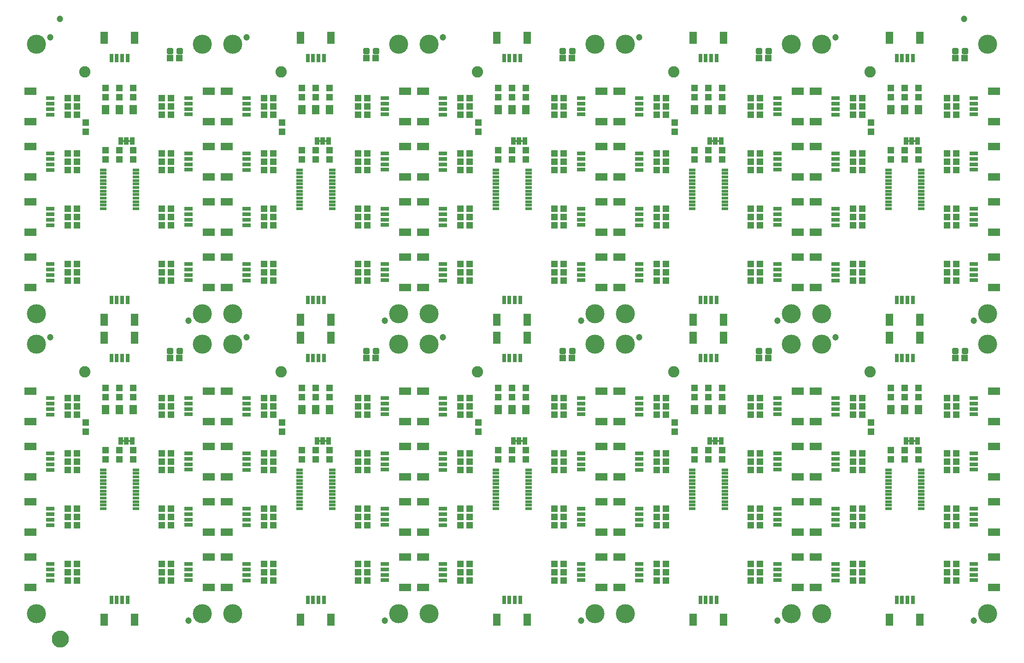
<source format=gts>
G04 EAGLE Gerber RS-274X export*
G75*
%MOMM*%
%FSLAX34Y34*%
%LPD*%
%INSoldermask Top*%
%IPPOS*%
%AMOC8*
5,1,8,0,0,1.08239X$1,22.5*%
G01*
%ADD10R,1.203200X1.303200*%
%ADD11C,1.203200*%
%ADD12R,2.203200X1.403200*%
%ADD13R,1.553200X0.803200*%
%ADD14R,1.203200X0.503200*%
%ADD15R,1.303200X1.203200*%
%ADD16R,1.473200X0.838200*%
%ADD17C,2.082800*%
%ADD18R,1.403200X2.203200*%
%ADD19R,0.803200X1.553200*%
%ADD20C,3.505200*%
%ADD21C,0.505344*%
%ADD22R,0.863600X1.473200*%
%ADD23C,1.270000*%
%ADD24C,1.703200*%

G36*
X1640270Y892187D02*
X1640270Y892187D01*
X1640336Y892189D01*
X1640379Y892207D01*
X1640426Y892215D01*
X1640483Y892249D01*
X1640543Y892274D01*
X1640578Y892305D01*
X1640619Y892330D01*
X1640661Y892381D01*
X1640709Y892425D01*
X1640731Y892467D01*
X1640760Y892504D01*
X1640781Y892566D01*
X1640812Y892625D01*
X1640820Y892679D01*
X1640832Y892716D01*
X1640831Y892756D01*
X1640839Y892810D01*
X1640839Y895350D01*
X1640828Y895415D01*
X1640826Y895481D01*
X1640808Y895524D01*
X1640800Y895571D01*
X1640766Y895628D01*
X1640741Y895688D01*
X1640710Y895723D01*
X1640685Y895764D01*
X1640634Y895806D01*
X1640590Y895854D01*
X1640548Y895876D01*
X1640511Y895905D01*
X1640449Y895926D01*
X1640390Y895957D01*
X1640336Y895965D01*
X1640299Y895977D01*
X1640259Y895976D01*
X1640205Y895984D01*
X1636395Y895984D01*
X1636330Y895973D01*
X1636264Y895971D01*
X1636221Y895953D01*
X1636174Y895945D01*
X1636117Y895911D01*
X1636057Y895886D01*
X1636022Y895855D01*
X1635981Y895830D01*
X1635940Y895779D01*
X1635891Y895735D01*
X1635869Y895693D01*
X1635840Y895656D01*
X1635819Y895594D01*
X1635788Y895535D01*
X1635780Y895481D01*
X1635768Y895444D01*
X1635768Y895441D01*
X1635769Y895404D01*
X1635761Y895350D01*
X1635761Y892810D01*
X1635772Y892745D01*
X1635774Y892679D01*
X1635792Y892636D01*
X1635800Y892589D01*
X1635834Y892532D01*
X1635859Y892472D01*
X1635890Y892437D01*
X1635915Y892396D01*
X1635966Y892355D01*
X1636010Y892306D01*
X1636052Y892284D01*
X1636089Y892255D01*
X1636151Y892234D01*
X1636210Y892203D01*
X1636264Y892195D01*
X1636301Y892183D01*
X1636341Y892184D01*
X1636395Y892176D01*
X1640205Y892176D01*
X1640270Y892187D01*
G37*
G36*
X548070Y892187D02*
X548070Y892187D01*
X548136Y892189D01*
X548179Y892207D01*
X548226Y892215D01*
X548283Y892249D01*
X548343Y892274D01*
X548378Y892305D01*
X548419Y892330D01*
X548461Y892381D01*
X548509Y892425D01*
X548531Y892467D01*
X548560Y892504D01*
X548581Y892566D01*
X548612Y892625D01*
X548620Y892679D01*
X548632Y892716D01*
X548631Y892756D01*
X548639Y892810D01*
X548639Y895350D01*
X548628Y895415D01*
X548626Y895481D01*
X548608Y895524D01*
X548600Y895571D01*
X548566Y895628D01*
X548541Y895688D01*
X548510Y895723D01*
X548485Y895764D01*
X548434Y895806D01*
X548390Y895854D01*
X548348Y895876D01*
X548311Y895905D01*
X548249Y895926D01*
X548190Y895957D01*
X548136Y895965D01*
X548099Y895977D01*
X548059Y895976D01*
X548005Y895984D01*
X544195Y895984D01*
X544130Y895973D01*
X544064Y895971D01*
X544021Y895953D01*
X543974Y895945D01*
X543917Y895911D01*
X543857Y895886D01*
X543822Y895855D01*
X543781Y895830D01*
X543740Y895779D01*
X543691Y895735D01*
X543669Y895693D01*
X543640Y895656D01*
X543619Y895594D01*
X543588Y895535D01*
X543580Y895481D01*
X543568Y895444D01*
X543568Y895441D01*
X543569Y895404D01*
X543561Y895350D01*
X543561Y892810D01*
X543572Y892745D01*
X543574Y892679D01*
X543592Y892636D01*
X543600Y892589D01*
X543634Y892532D01*
X543659Y892472D01*
X543690Y892437D01*
X543715Y892396D01*
X543766Y892355D01*
X543810Y892306D01*
X543852Y892284D01*
X543889Y892255D01*
X543951Y892234D01*
X544010Y892203D01*
X544064Y892195D01*
X544101Y892183D01*
X544141Y892184D01*
X544195Y892176D01*
X548005Y892176D01*
X548070Y892187D01*
G37*
G36*
X197550Y892187D02*
X197550Y892187D01*
X197616Y892189D01*
X197659Y892207D01*
X197706Y892215D01*
X197763Y892249D01*
X197823Y892274D01*
X197858Y892305D01*
X197899Y892330D01*
X197941Y892381D01*
X197989Y892425D01*
X198011Y892467D01*
X198040Y892504D01*
X198061Y892566D01*
X198092Y892625D01*
X198100Y892679D01*
X198112Y892716D01*
X198111Y892756D01*
X198119Y892810D01*
X198119Y895350D01*
X198108Y895415D01*
X198106Y895481D01*
X198088Y895524D01*
X198080Y895571D01*
X198046Y895628D01*
X198021Y895688D01*
X197990Y895723D01*
X197965Y895764D01*
X197914Y895806D01*
X197870Y895854D01*
X197828Y895876D01*
X197791Y895905D01*
X197729Y895926D01*
X197670Y895957D01*
X197616Y895965D01*
X197579Y895977D01*
X197539Y895976D01*
X197485Y895984D01*
X193675Y895984D01*
X193610Y895973D01*
X193544Y895971D01*
X193501Y895953D01*
X193454Y895945D01*
X193397Y895911D01*
X193337Y895886D01*
X193302Y895855D01*
X193261Y895830D01*
X193220Y895779D01*
X193171Y895735D01*
X193149Y895693D01*
X193120Y895656D01*
X193099Y895594D01*
X193068Y895535D01*
X193060Y895481D01*
X193048Y895444D01*
X193048Y895441D01*
X193049Y895404D01*
X193041Y895350D01*
X193041Y892810D01*
X193052Y892745D01*
X193054Y892679D01*
X193072Y892636D01*
X193080Y892589D01*
X193114Y892532D01*
X193139Y892472D01*
X193170Y892437D01*
X193195Y892396D01*
X193246Y892355D01*
X193290Y892306D01*
X193332Y892284D01*
X193369Y892255D01*
X193431Y892234D01*
X193490Y892203D01*
X193544Y892195D01*
X193581Y892183D01*
X193621Y892184D01*
X193675Y892176D01*
X197485Y892176D01*
X197550Y892187D01*
G37*
G36*
X558230Y892187D02*
X558230Y892187D01*
X558296Y892189D01*
X558339Y892207D01*
X558386Y892215D01*
X558443Y892249D01*
X558503Y892274D01*
X558538Y892305D01*
X558579Y892330D01*
X558621Y892381D01*
X558669Y892425D01*
X558691Y892467D01*
X558720Y892504D01*
X558741Y892566D01*
X558772Y892625D01*
X558780Y892679D01*
X558792Y892716D01*
X558791Y892756D01*
X558799Y892810D01*
X558799Y895350D01*
X558788Y895415D01*
X558786Y895481D01*
X558768Y895524D01*
X558760Y895571D01*
X558726Y895628D01*
X558701Y895688D01*
X558670Y895723D01*
X558645Y895764D01*
X558594Y895806D01*
X558550Y895854D01*
X558508Y895876D01*
X558471Y895905D01*
X558409Y895926D01*
X558350Y895957D01*
X558296Y895965D01*
X558259Y895977D01*
X558219Y895976D01*
X558165Y895984D01*
X554355Y895984D01*
X554290Y895973D01*
X554224Y895971D01*
X554181Y895953D01*
X554134Y895945D01*
X554077Y895911D01*
X554017Y895886D01*
X553982Y895855D01*
X553941Y895830D01*
X553900Y895779D01*
X553851Y895735D01*
X553829Y895693D01*
X553800Y895656D01*
X553779Y895594D01*
X553748Y895535D01*
X553740Y895481D01*
X553728Y895444D01*
X553728Y895441D01*
X553729Y895404D01*
X553721Y895350D01*
X553721Y892810D01*
X553732Y892745D01*
X553734Y892679D01*
X553752Y892636D01*
X553760Y892589D01*
X553794Y892532D01*
X553819Y892472D01*
X553850Y892437D01*
X553875Y892396D01*
X553926Y892355D01*
X553970Y892306D01*
X554012Y892284D01*
X554049Y892255D01*
X554111Y892234D01*
X554170Y892203D01*
X554224Y892195D01*
X554261Y892183D01*
X554301Y892184D01*
X554355Y892176D01*
X558165Y892176D01*
X558230Y892187D01*
G37*
G36*
X1630110Y892187D02*
X1630110Y892187D01*
X1630176Y892189D01*
X1630219Y892207D01*
X1630266Y892215D01*
X1630323Y892249D01*
X1630383Y892274D01*
X1630418Y892305D01*
X1630459Y892330D01*
X1630501Y892381D01*
X1630549Y892425D01*
X1630571Y892467D01*
X1630600Y892504D01*
X1630621Y892566D01*
X1630652Y892625D01*
X1630660Y892679D01*
X1630672Y892716D01*
X1630671Y892756D01*
X1630679Y892810D01*
X1630679Y895350D01*
X1630668Y895415D01*
X1630666Y895481D01*
X1630648Y895524D01*
X1630640Y895571D01*
X1630606Y895628D01*
X1630581Y895688D01*
X1630550Y895723D01*
X1630525Y895764D01*
X1630474Y895806D01*
X1630430Y895854D01*
X1630388Y895876D01*
X1630351Y895905D01*
X1630289Y895926D01*
X1630230Y895957D01*
X1630176Y895965D01*
X1630139Y895977D01*
X1630099Y895976D01*
X1630045Y895984D01*
X1626235Y895984D01*
X1626170Y895973D01*
X1626104Y895971D01*
X1626061Y895953D01*
X1626014Y895945D01*
X1625957Y895911D01*
X1625897Y895886D01*
X1625862Y895855D01*
X1625821Y895830D01*
X1625780Y895779D01*
X1625731Y895735D01*
X1625709Y895693D01*
X1625680Y895656D01*
X1625659Y895594D01*
X1625628Y895535D01*
X1625620Y895481D01*
X1625608Y895444D01*
X1625608Y895441D01*
X1625609Y895404D01*
X1625601Y895350D01*
X1625601Y892810D01*
X1625612Y892745D01*
X1625614Y892679D01*
X1625632Y892636D01*
X1625640Y892589D01*
X1625674Y892532D01*
X1625699Y892472D01*
X1625730Y892437D01*
X1625755Y892396D01*
X1625806Y892355D01*
X1625850Y892306D01*
X1625892Y892284D01*
X1625929Y892255D01*
X1625991Y892234D01*
X1626050Y892203D01*
X1626104Y892195D01*
X1626141Y892183D01*
X1626181Y892184D01*
X1626235Y892176D01*
X1630045Y892176D01*
X1630110Y892187D01*
G37*
G36*
X1279590Y892187D02*
X1279590Y892187D01*
X1279656Y892189D01*
X1279699Y892207D01*
X1279746Y892215D01*
X1279803Y892249D01*
X1279863Y892274D01*
X1279898Y892305D01*
X1279939Y892330D01*
X1279981Y892381D01*
X1280029Y892425D01*
X1280051Y892467D01*
X1280080Y892504D01*
X1280101Y892566D01*
X1280132Y892625D01*
X1280140Y892679D01*
X1280152Y892716D01*
X1280151Y892756D01*
X1280159Y892810D01*
X1280159Y895350D01*
X1280148Y895415D01*
X1280146Y895481D01*
X1280128Y895524D01*
X1280120Y895571D01*
X1280086Y895628D01*
X1280061Y895688D01*
X1280030Y895723D01*
X1280005Y895764D01*
X1279954Y895806D01*
X1279910Y895854D01*
X1279868Y895876D01*
X1279831Y895905D01*
X1279769Y895926D01*
X1279710Y895957D01*
X1279656Y895965D01*
X1279619Y895977D01*
X1279579Y895976D01*
X1279525Y895984D01*
X1275715Y895984D01*
X1275650Y895973D01*
X1275584Y895971D01*
X1275541Y895953D01*
X1275494Y895945D01*
X1275437Y895911D01*
X1275377Y895886D01*
X1275342Y895855D01*
X1275301Y895830D01*
X1275260Y895779D01*
X1275211Y895735D01*
X1275189Y895693D01*
X1275160Y895656D01*
X1275139Y895594D01*
X1275108Y895535D01*
X1275100Y895481D01*
X1275088Y895444D01*
X1275088Y895441D01*
X1275089Y895404D01*
X1275081Y895350D01*
X1275081Y892810D01*
X1275092Y892745D01*
X1275094Y892679D01*
X1275112Y892636D01*
X1275120Y892589D01*
X1275154Y892532D01*
X1275179Y892472D01*
X1275210Y892437D01*
X1275235Y892396D01*
X1275286Y892355D01*
X1275330Y892306D01*
X1275372Y892284D01*
X1275409Y892255D01*
X1275471Y892234D01*
X1275530Y892203D01*
X1275584Y892195D01*
X1275621Y892183D01*
X1275661Y892184D01*
X1275715Y892176D01*
X1279525Y892176D01*
X1279590Y892187D01*
G37*
G36*
X187390Y892187D02*
X187390Y892187D01*
X187456Y892189D01*
X187499Y892207D01*
X187546Y892215D01*
X187603Y892249D01*
X187663Y892274D01*
X187698Y892305D01*
X187739Y892330D01*
X187781Y892381D01*
X187829Y892425D01*
X187851Y892467D01*
X187880Y892504D01*
X187901Y892566D01*
X187932Y892625D01*
X187940Y892679D01*
X187952Y892716D01*
X187951Y892756D01*
X187959Y892810D01*
X187959Y895350D01*
X187948Y895415D01*
X187946Y895481D01*
X187928Y895524D01*
X187920Y895571D01*
X187886Y895628D01*
X187861Y895688D01*
X187830Y895723D01*
X187805Y895764D01*
X187754Y895806D01*
X187710Y895854D01*
X187668Y895876D01*
X187631Y895905D01*
X187569Y895926D01*
X187510Y895957D01*
X187456Y895965D01*
X187419Y895977D01*
X187379Y895976D01*
X187325Y895984D01*
X183515Y895984D01*
X183450Y895973D01*
X183384Y895971D01*
X183341Y895953D01*
X183294Y895945D01*
X183237Y895911D01*
X183177Y895886D01*
X183142Y895855D01*
X183101Y895830D01*
X183060Y895779D01*
X183011Y895735D01*
X182989Y895693D01*
X182960Y895656D01*
X182939Y895594D01*
X182908Y895535D01*
X182900Y895481D01*
X182888Y895444D01*
X182888Y895441D01*
X182889Y895404D01*
X182881Y895350D01*
X182881Y892810D01*
X182892Y892745D01*
X182894Y892679D01*
X182912Y892636D01*
X182920Y892589D01*
X182954Y892532D01*
X182979Y892472D01*
X183010Y892437D01*
X183035Y892396D01*
X183086Y892355D01*
X183130Y892306D01*
X183172Y892284D01*
X183209Y892255D01*
X183271Y892234D01*
X183330Y892203D01*
X183384Y892195D01*
X183421Y892183D01*
X183461Y892184D01*
X183515Y892176D01*
X187325Y892176D01*
X187390Y892187D01*
G37*
G36*
X908750Y892187D02*
X908750Y892187D01*
X908816Y892189D01*
X908859Y892207D01*
X908906Y892215D01*
X908963Y892249D01*
X909023Y892274D01*
X909058Y892305D01*
X909099Y892330D01*
X909141Y892381D01*
X909189Y892425D01*
X909211Y892467D01*
X909240Y892504D01*
X909261Y892566D01*
X909292Y892625D01*
X909300Y892679D01*
X909312Y892716D01*
X909311Y892756D01*
X909319Y892810D01*
X909319Y895350D01*
X909308Y895415D01*
X909306Y895481D01*
X909288Y895524D01*
X909280Y895571D01*
X909246Y895628D01*
X909221Y895688D01*
X909190Y895723D01*
X909165Y895764D01*
X909114Y895806D01*
X909070Y895854D01*
X909028Y895876D01*
X908991Y895905D01*
X908929Y895926D01*
X908870Y895957D01*
X908816Y895965D01*
X908779Y895977D01*
X908739Y895976D01*
X908685Y895984D01*
X904875Y895984D01*
X904810Y895973D01*
X904744Y895971D01*
X904701Y895953D01*
X904654Y895945D01*
X904597Y895911D01*
X904537Y895886D01*
X904502Y895855D01*
X904461Y895830D01*
X904420Y895779D01*
X904371Y895735D01*
X904349Y895693D01*
X904320Y895656D01*
X904299Y895594D01*
X904268Y895535D01*
X904260Y895481D01*
X904248Y895444D01*
X904248Y895441D01*
X904249Y895404D01*
X904241Y895350D01*
X904241Y892810D01*
X904252Y892745D01*
X904254Y892679D01*
X904272Y892636D01*
X904280Y892589D01*
X904314Y892532D01*
X904339Y892472D01*
X904370Y892437D01*
X904395Y892396D01*
X904446Y892355D01*
X904490Y892306D01*
X904532Y892284D01*
X904569Y892255D01*
X904631Y892234D01*
X904690Y892203D01*
X904744Y892195D01*
X904781Y892183D01*
X904821Y892184D01*
X904875Y892176D01*
X908685Y892176D01*
X908750Y892187D01*
G37*
G36*
X1269430Y892187D02*
X1269430Y892187D01*
X1269496Y892189D01*
X1269539Y892207D01*
X1269586Y892215D01*
X1269643Y892249D01*
X1269703Y892274D01*
X1269738Y892305D01*
X1269779Y892330D01*
X1269821Y892381D01*
X1269869Y892425D01*
X1269891Y892467D01*
X1269920Y892504D01*
X1269941Y892566D01*
X1269972Y892625D01*
X1269980Y892679D01*
X1269992Y892716D01*
X1269991Y892756D01*
X1269999Y892810D01*
X1269999Y895350D01*
X1269988Y895415D01*
X1269986Y895481D01*
X1269968Y895524D01*
X1269960Y895571D01*
X1269926Y895628D01*
X1269901Y895688D01*
X1269870Y895723D01*
X1269845Y895764D01*
X1269794Y895806D01*
X1269750Y895854D01*
X1269708Y895876D01*
X1269671Y895905D01*
X1269609Y895926D01*
X1269550Y895957D01*
X1269496Y895965D01*
X1269459Y895977D01*
X1269419Y895976D01*
X1269365Y895984D01*
X1265555Y895984D01*
X1265490Y895973D01*
X1265424Y895971D01*
X1265381Y895953D01*
X1265334Y895945D01*
X1265277Y895911D01*
X1265217Y895886D01*
X1265182Y895855D01*
X1265141Y895830D01*
X1265100Y895779D01*
X1265051Y895735D01*
X1265029Y895693D01*
X1265000Y895656D01*
X1264979Y895594D01*
X1264948Y895535D01*
X1264940Y895481D01*
X1264928Y895444D01*
X1264928Y895441D01*
X1264929Y895404D01*
X1264921Y895350D01*
X1264921Y892810D01*
X1264932Y892745D01*
X1264934Y892679D01*
X1264952Y892636D01*
X1264960Y892589D01*
X1264994Y892532D01*
X1265019Y892472D01*
X1265050Y892437D01*
X1265075Y892396D01*
X1265126Y892355D01*
X1265170Y892306D01*
X1265212Y892284D01*
X1265249Y892255D01*
X1265311Y892234D01*
X1265370Y892203D01*
X1265424Y892195D01*
X1265461Y892183D01*
X1265501Y892184D01*
X1265555Y892176D01*
X1269365Y892176D01*
X1269430Y892187D01*
G37*
G36*
X918910Y892187D02*
X918910Y892187D01*
X918976Y892189D01*
X919019Y892207D01*
X919066Y892215D01*
X919123Y892249D01*
X919183Y892274D01*
X919218Y892305D01*
X919259Y892330D01*
X919301Y892381D01*
X919349Y892425D01*
X919371Y892467D01*
X919400Y892504D01*
X919421Y892566D01*
X919452Y892625D01*
X919460Y892679D01*
X919472Y892716D01*
X919471Y892756D01*
X919479Y892810D01*
X919479Y895350D01*
X919468Y895415D01*
X919466Y895481D01*
X919448Y895524D01*
X919440Y895571D01*
X919406Y895628D01*
X919381Y895688D01*
X919350Y895723D01*
X919325Y895764D01*
X919274Y895806D01*
X919230Y895854D01*
X919188Y895876D01*
X919151Y895905D01*
X919089Y895926D01*
X919030Y895957D01*
X918976Y895965D01*
X918939Y895977D01*
X918899Y895976D01*
X918845Y895984D01*
X915035Y895984D01*
X914970Y895973D01*
X914904Y895971D01*
X914861Y895953D01*
X914814Y895945D01*
X914757Y895911D01*
X914697Y895886D01*
X914662Y895855D01*
X914621Y895830D01*
X914580Y895779D01*
X914531Y895735D01*
X914509Y895693D01*
X914480Y895656D01*
X914459Y895594D01*
X914428Y895535D01*
X914420Y895481D01*
X914408Y895444D01*
X914408Y895441D01*
X914409Y895404D01*
X914401Y895350D01*
X914401Y892810D01*
X914412Y892745D01*
X914414Y892679D01*
X914432Y892636D01*
X914440Y892589D01*
X914474Y892532D01*
X914499Y892472D01*
X914530Y892437D01*
X914555Y892396D01*
X914606Y892355D01*
X914650Y892306D01*
X914692Y892284D01*
X914729Y892255D01*
X914791Y892234D01*
X914850Y892203D01*
X914904Y892195D01*
X914941Y892183D01*
X914981Y892184D01*
X915035Y892176D01*
X918845Y892176D01*
X918910Y892187D01*
G37*
G36*
X918910Y341007D02*
X918910Y341007D01*
X918976Y341009D01*
X919019Y341027D01*
X919066Y341035D01*
X919123Y341069D01*
X919183Y341094D01*
X919218Y341125D01*
X919259Y341150D01*
X919301Y341201D01*
X919349Y341245D01*
X919371Y341287D01*
X919400Y341324D01*
X919421Y341386D01*
X919452Y341445D01*
X919460Y341499D01*
X919472Y341536D01*
X919471Y341576D01*
X919479Y341630D01*
X919479Y344170D01*
X919468Y344235D01*
X919466Y344301D01*
X919448Y344344D01*
X919440Y344391D01*
X919406Y344448D01*
X919381Y344508D01*
X919350Y344543D01*
X919325Y344584D01*
X919274Y344626D01*
X919230Y344674D01*
X919188Y344696D01*
X919151Y344725D01*
X919089Y344746D01*
X919030Y344777D01*
X918976Y344785D01*
X918939Y344797D01*
X918899Y344796D01*
X918845Y344804D01*
X915035Y344804D01*
X914970Y344793D01*
X914904Y344791D01*
X914861Y344773D01*
X914814Y344765D01*
X914757Y344731D01*
X914697Y344706D01*
X914662Y344675D01*
X914621Y344650D01*
X914580Y344599D01*
X914531Y344555D01*
X914509Y344513D01*
X914480Y344476D01*
X914459Y344414D01*
X914428Y344355D01*
X914420Y344301D01*
X914408Y344264D01*
X914408Y344261D01*
X914409Y344224D01*
X914401Y344170D01*
X914401Y341630D01*
X914412Y341565D01*
X914414Y341499D01*
X914432Y341456D01*
X914440Y341409D01*
X914474Y341352D01*
X914499Y341292D01*
X914530Y341257D01*
X914555Y341216D01*
X914606Y341175D01*
X914650Y341126D01*
X914692Y341104D01*
X914729Y341075D01*
X914791Y341054D01*
X914850Y341023D01*
X914904Y341015D01*
X914941Y341003D01*
X914981Y341004D01*
X915035Y340996D01*
X918845Y340996D01*
X918910Y341007D01*
G37*
G36*
X1269430Y341007D02*
X1269430Y341007D01*
X1269496Y341009D01*
X1269539Y341027D01*
X1269586Y341035D01*
X1269643Y341069D01*
X1269703Y341094D01*
X1269738Y341125D01*
X1269779Y341150D01*
X1269821Y341201D01*
X1269869Y341245D01*
X1269891Y341287D01*
X1269920Y341324D01*
X1269941Y341386D01*
X1269972Y341445D01*
X1269980Y341499D01*
X1269992Y341536D01*
X1269991Y341576D01*
X1269999Y341630D01*
X1269999Y344170D01*
X1269988Y344235D01*
X1269986Y344301D01*
X1269968Y344344D01*
X1269960Y344391D01*
X1269926Y344448D01*
X1269901Y344508D01*
X1269870Y344543D01*
X1269845Y344584D01*
X1269794Y344626D01*
X1269750Y344674D01*
X1269708Y344696D01*
X1269671Y344725D01*
X1269609Y344746D01*
X1269550Y344777D01*
X1269496Y344785D01*
X1269459Y344797D01*
X1269419Y344796D01*
X1269365Y344804D01*
X1265555Y344804D01*
X1265490Y344793D01*
X1265424Y344791D01*
X1265381Y344773D01*
X1265334Y344765D01*
X1265277Y344731D01*
X1265217Y344706D01*
X1265182Y344675D01*
X1265141Y344650D01*
X1265100Y344599D01*
X1265051Y344555D01*
X1265029Y344513D01*
X1265000Y344476D01*
X1264979Y344414D01*
X1264948Y344355D01*
X1264940Y344301D01*
X1264928Y344264D01*
X1264928Y344261D01*
X1264929Y344224D01*
X1264921Y344170D01*
X1264921Y341630D01*
X1264932Y341565D01*
X1264934Y341499D01*
X1264952Y341456D01*
X1264960Y341409D01*
X1264994Y341352D01*
X1265019Y341292D01*
X1265050Y341257D01*
X1265075Y341216D01*
X1265126Y341175D01*
X1265170Y341126D01*
X1265212Y341104D01*
X1265249Y341075D01*
X1265311Y341054D01*
X1265370Y341023D01*
X1265424Y341015D01*
X1265461Y341003D01*
X1265501Y341004D01*
X1265555Y340996D01*
X1269365Y340996D01*
X1269430Y341007D01*
G37*
G36*
X1640270Y341007D02*
X1640270Y341007D01*
X1640336Y341009D01*
X1640379Y341027D01*
X1640426Y341035D01*
X1640483Y341069D01*
X1640543Y341094D01*
X1640578Y341125D01*
X1640619Y341150D01*
X1640661Y341201D01*
X1640709Y341245D01*
X1640731Y341287D01*
X1640760Y341324D01*
X1640781Y341386D01*
X1640812Y341445D01*
X1640820Y341499D01*
X1640832Y341536D01*
X1640831Y341576D01*
X1640839Y341630D01*
X1640839Y344170D01*
X1640828Y344235D01*
X1640826Y344301D01*
X1640808Y344344D01*
X1640800Y344391D01*
X1640766Y344448D01*
X1640741Y344508D01*
X1640710Y344543D01*
X1640685Y344584D01*
X1640634Y344626D01*
X1640590Y344674D01*
X1640548Y344696D01*
X1640511Y344725D01*
X1640449Y344746D01*
X1640390Y344777D01*
X1640336Y344785D01*
X1640299Y344797D01*
X1640259Y344796D01*
X1640205Y344804D01*
X1636395Y344804D01*
X1636330Y344793D01*
X1636264Y344791D01*
X1636221Y344773D01*
X1636174Y344765D01*
X1636117Y344731D01*
X1636057Y344706D01*
X1636022Y344675D01*
X1635981Y344650D01*
X1635940Y344599D01*
X1635891Y344555D01*
X1635869Y344513D01*
X1635840Y344476D01*
X1635819Y344414D01*
X1635788Y344355D01*
X1635780Y344301D01*
X1635768Y344264D01*
X1635768Y344261D01*
X1635769Y344224D01*
X1635761Y344170D01*
X1635761Y341630D01*
X1635772Y341565D01*
X1635774Y341499D01*
X1635792Y341456D01*
X1635800Y341409D01*
X1635834Y341352D01*
X1635859Y341292D01*
X1635890Y341257D01*
X1635915Y341216D01*
X1635966Y341175D01*
X1636010Y341126D01*
X1636052Y341104D01*
X1636089Y341075D01*
X1636151Y341054D01*
X1636210Y341023D01*
X1636264Y341015D01*
X1636301Y341003D01*
X1636341Y341004D01*
X1636395Y340996D01*
X1640205Y340996D01*
X1640270Y341007D01*
G37*
G36*
X908750Y341007D02*
X908750Y341007D01*
X908816Y341009D01*
X908859Y341027D01*
X908906Y341035D01*
X908963Y341069D01*
X909023Y341094D01*
X909058Y341125D01*
X909099Y341150D01*
X909141Y341201D01*
X909189Y341245D01*
X909211Y341287D01*
X909240Y341324D01*
X909261Y341386D01*
X909292Y341445D01*
X909300Y341499D01*
X909312Y341536D01*
X909311Y341576D01*
X909319Y341630D01*
X909319Y344170D01*
X909308Y344235D01*
X909306Y344301D01*
X909288Y344344D01*
X909280Y344391D01*
X909246Y344448D01*
X909221Y344508D01*
X909190Y344543D01*
X909165Y344584D01*
X909114Y344626D01*
X909070Y344674D01*
X909028Y344696D01*
X908991Y344725D01*
X908929Y344746D01*
X908870Y344777D01*
X908816Y344785D01*
X908779Y344797D01*
X908739Y344796D01*
X908685Y344804D01*
X904875Y344804D01*
X904810Y344793D01*
X904744Y344791D01*
X904701Y344773D01*
X904654Y344765D01*
X904597Y344731D01*
X904537Y344706D01*
X904502Y344675D01*
X904461Y344650D01*
X904420Y344599D01*
X904371Y344555D01*
X904349Y344513D01*
X904320Y344476D01*
X904299Y344414D01*
X904268Y344355D01*
X904260Y344301D01*
X904248Y344264D01*
X904248Y344261D01*
X904249Y344224D01*
X904241Y344170D01*
X904241Y341630D01*
X904252Y341565D01*
X904254Y341499D01*
X904272Y341456D01*
X904280Y341409D01*
X904314Y341352D01*
X904339Y341292D01*
X904370Y341257D01*
X904395Y341216D01*
X904446Y341175D01*
X904490Y341126D01*
X904532Y341104D01*
X904569Y341075D01*
X904631Y341054D01*
X904690Y341023D01*
X904744Y341015D01*
X904781Y341003D01*
X904821Y341004D01*
X904875Y340996D01*
X908685Y340996D01*
X908750Y341007D01*
G37*
G36*
X548070Y341007D02*
X548070Y341007D01*
X548136Y341009D01*
X548179Y341027D01*
X548226Y341035D01*
X548283Y341069D01*
X548343Y341094D01*
X548378Y341125D01*
X548419Y341150D01*
X548461Y341201D01*
X548509Y341245D01*
X548531Y341287D01*
X548560Y341324D01*
X548581Y341386D01*
X548612Y341445D01*
X548620Y341499D01*
X548632Y341536D01*
X548631Y341576D01*
X548639Y341630D01*
X548639Y344170D01*
X548628Y344235D01*
X548626Y344301D01*
X548608Y344344D01*
X548600Y344391D01*
X548566Y344448D01*
X548541Y344508D01*
X548510Y344543D01*
X548485Y344584D01*
X548434Y344626D01*
X548390Y344674D01*
X548348Y344696D01*
X548311Y344725D01*
X548249Y344746D01*
X548190Y344777D01*
X548136Y344785D01*
X548099Y344797D01*
X548059Y344796D01*
X548005Y344804D01*
X544195Y344804D01*
X544130Y344793D01*
X544064Y344791D01*
X544021Y344773D01*
X543974Y344765D01*
X543917Y344731D01*
X543857Y344706D01*
X543822Y344675D01*
X543781Y344650D01*
X543740Y344599D01*
X543691Y344555D01*
X543669Y344513D01*
X543640Y344476D01*
X543619Y344414D01*
X543588Y344355D01*
X543580Y344301D01*
X543568Y344264D01*
X543568Y344261D01*
X543569Y344224D01*
X543561Y344170D01*
X543561Y341630D01*
X543572Y341565D01*
X543574Y341499D01*
X543592Y341456D01*
X543600Y341409D01*
X543634Y341352D01*
X543659Y341292D01*
X543690Y341257D01*
X543715Y341216D01*
X543766Y341175D01*
X543810Y341126D01*
X543852Y341104D01*
X543889Y341075D01*
X543951Y341054D01*
X544010Y341023D01*
X544064Y341015D01*
X544101Y341003D01*
X544141Y341004D01*
X544195Y340996D01*
X548005Y340996D01*
X548070Y341007D01*
G37*
G36*
X1279590Y341007D02*
X1279590Y341007D01*
X1279656Y341009D01*
X1279699Y341027D01*
X1279746Y341035D01*
X1279803Y341069D01*
X1279863Y341094D01*
X1279898Y341125D01*
X1279939Y341150D01*
X1279981Y341201D01*
X1280029Y341245D01*
X1280051Y341287D01*
X1280080Y341324D01*
X1280101Y341386D01*
X1280132Y341445D01*
X1280140Y341499D01*
X1280152Y341536D01*
X1280151Y341576D01*
X1280159Y341630D01*
X1280159Y344170D01*
X1280148Y344235D01*
X1280146Y344301D01*
X1280128Y344344D01*
X1280120Y344391D01*
X1280086Y344448D01*
X1280061Y344508D01*
X1280030Y344543D01*
X1280005Y344584D01*
X1279954Y344626D01*
X1279910Y344674D01*
X1279868Y344696D01*
X1279831Y344725D01*
X1279769Y344746D01*
X1279710Y344777D01*
X1279656Y344785D01*
X1279619Y344797D01*
X1279579Y344796D01*
X1279525Y344804D01*
X1275715Y344804D01*
X1275650Y344793D01*
X1275584Y344791D01*
X1275541Y344773D01*
X1275494Y344765D01*
X1275437Y344731D01*
X1275377Y344706D01*
X1275342Y344675D01*
X1275301Y344650D01*
X1275260Y344599D01*
X1275211Y344555D01*
X1275189Y344513D01*
X1275160Y344476D01*
X1275139Y344414D01*
X1275108Y344355D01*
X1275100Y344301D01*
X1275088Y344264D01*
X1275088Y344261D01*
X1275089Y344224D01*
X1275081Y344170D01*
X1275081Y341630D01*
X1275092Y341565D01*
X1275094Y341499D01*
X1275112Y341456D01*
X1275120Y341409D01*
X1275154Y341352D01*
X1275179Y341292D01*
X1275210Y341257D01*
X1275235Y341216D01*
X1275286Y341175D01*
X1275330Y341126D01*
X1275372Y341104D01*
X1275409Y341075D01*
X1275471Y341054D01*
X1275530Y341023D01*
X1275584Y341015D01*
X1275621Y341003D01*
X1275661Y341004D01*
X1275715Y340996D01*
X1279525Y340996D01*
X1279590Y341007D01*
G37*
G36*
X1630110Y341007D02*
X1630110Y341007D01*
X1630176Y341009D01*
X1630219Y341027D01*
X1630266Y341035D01*
X1630323Y341069D01*
X1630383Y341094D01*
X1630418Y341125D01*
X1630459Y341150D01*
X1630501Y341201D01*
X1630549Y341245D01*
X1630571Y341287D01*
X1630600Y341324D01*
X1630621Y341386D01*
X1630652Y341445D01*
X1630660Y341499D01*
X1630672Y341536D01*
X1630671Y341576D01*
X1630679Y341630D01*
X1630679Y344170D01*
X1630668Y344235D01*
X1630666Y344301D01*
X1630648Y344344D01*
X1630640Y344391D01*
X1630606Y344448D01*
X1630581Y344508D01*
X1630550Y344543D01*
X1630525Y344584D01*
X1630474Y344626D01*
X1630430Y344674D01*
X1630388Y344696D01*
X1630351Y344725D01*
X1630289Y344746D01*
X1630230Y344777D01*
X1630176Y344785D01*
X1630139Y344797D01*
X1630099Y344796D01*
X1630045Y344804D01*
X1626235Y344804D01*
X1626170Y344793D01*
X1626104Y344791D01*
X1626061Y344773D01*
X1626014Y344765D01*
X1625957Y344731D01*
X1625897Y344706D01*
X1625862Y344675D01*
X1625821Y344650D01*
X1625780Y344599D01*
X1625731Y344555D01*
X1625709Y344513D01*
X1625680Y344476D01*
X1625659Y344414D01*
X1625628Y344355D01*
X1625620Y344301D01*
X1625608Y344264D01*
X1625608Y344261D01*
X1625609Y344224D01*
X1625601Y344170D01*
X1625601Y341630D01*
X1625612Y341565D01*
X1625614Y341499D01*
X1625632Y341456D01*
X1625640Y341409D01*
X1625674Y341352D01*
X1625699Y341292D01*
X1625730Y341257D01*
X1625755Y341216D01*
X1625806Y341175D01*
X1625850Y341126D01*
X1625892Y341104D01*
X1625929Y341075D01*
X1625991Y341054D01*
X1626050Y341023D01*
X1626104Y341015D01*
X1626141Y341003D01*
X1626181Y341004D01*
X1626235Y340996D01*
X1630045Y340996D01*
X1630110Y341007D01*
G37*
G36*
X558230Y341007D02*
X558230Y341007D01*
X558296Y341009D01*
X558339Y341027D01*
X558386Y341035D01*
X558443Y341069D01*
X558503Y341094D01*
X558538Y341125D01*
X558579Y341150D01*
X558621Y341201D01*
X558669Y341245D01*
X558691Y341287D01*
X558720Y341324D01*
X558741Y341386D01*
X558772Y341445D01*
X558780Y341499D01*
X558792Y341536D01*
X558791Y341576D01*
X558799Y341630D01*
X558799Y344170D01*
X558788Y344235D01*
X558786Y344301D01*
X558768Y344344D01*
X558760Y344391D01*
X558726Y344448D01*
X558701Y344508D01*
X558670Y344543D01*
X558645Y344584D01*
X558594Y344626D01*
X558550Y344674D01*
X558508Y344696D01*
X558471Y344725D01*
X558409Y344746D01*
X558350Y344777D01*
X558296Y344785D01*
X558259Y344797D01*
X558219Y344796D01*
X558165Y344804D01*
X554355Y344804D01*
X554290Y344793D01*
X554224Y344791D01*
X554181Y344773D01*
X554134Y344765D01*
X554077Y344731D01*
X554017Y344706D01*
X553982Y344675D01*
X553941Y344650D01*
X553900Y344599D01*
X553851Y344555D01*
X553829Y344513D01*
X553800Y344476D01*
X553779Y344414D01*
X553748Y344355D01*
X553740Y344301D01*
X553728Y344264D01*
X553728Y344261D01*
X553729Y344224D01*
X553721Y344170D01*
X553721Y341630D01*
X553732Y341565D01*
X553734Y341499D01*
X553752Y341456D01*
X553760Y341409D01*
X553794Y341352D01*
X553819Y341292D01*
X553850Y341257D01*
X553875Y341216D01*
X553926Y341175D01*
X553970Y341126D01*
X554012Y341104D01*
X554049Y341075D01*
X554111Y341054D01*
X554170Y341023D01*
X554224Y341015D01*
X554261Y341003D01*
X554301Y341004D01*
X554355Y340996D01*
X558165Y340996D01*
X558230Y341007D01*
G37*
G36*
X197550Y341007D02*
X197550Y341007D01*
X197616Y341009D01*
X197659Y341027D01*
X197706Y341035D01*
X197763Y341069D01*
X197823Y341094D01*
X197858Y341125D01*
X197899Y341150D01*
X197941Y341201D01*
X197989Y341245D01*
X198011Y341287D01*
X198040Y341324D01*
X198061Y341386D01*
X198092Y341445D01*
X198100Y341499D01*
X198112Y341536D01*
X198111Y341576D01*
X198119Y341630D01*
X198119Y344170D01*
X198108Y344235D01*
X198106Y344301D01*
X198088Y344344D01*
X198080Y344391D01*
X198046Y344448D01*
X198021Y344508D01*
X197990Y344543D01*
X197965Y344584D01*
X197914Y344626D01*
X197870Y344674D01*
X197828Y344696D01*
X197791Y344725D01*
X197729Y344746D01*
X197670Y344777D01*
X197616Y344785D01*
X197579Y344797D01*
X197539Y344796D01*
X197485Y344804D01*
X193675Y344804D01*
X193610Y344793D01*
X193544Y344791D01*
X193501Y344773D01*
X193454Y344765D01*
X193397Y344731D01*
X193337Y344706D01*
X193302Y344675D01*
X193261Y344650D01*
X193220Y344599D01*
X193171Y344555D01*
X193149Y344513D01*
X193120Y344476D01*
X193099Y344414D01*
X193068Y344355D01*
X193060Y344301D01*
X193048Y344264D01*
X193048Y344261D01*
X193049Y344224D01*
X193041Y344170D01*
X193041Y341630D01*
X193052Y341565D01*
X193054Y341499D01*
X193072Y341456D01*
X193080Y341409D01*
X193114Y341352D01*
X193139Y341292D01*
X193170Y341257D01*
X193195Y341216D01*
X193246Y341175D01*
X193290Y341126D01*
X193332Y341104D01*
X193369Y341075D01*
X193431Y341054D01*
X193490Y341023D01*
X193544Y341015D01*
X193581Y341003D01*
X193621Y341004D01*
X193675Y340996D01*
X197485Y340996D01*
X197550Y341007D01*
G37*
G36*
X187390Y341007D02*
X187390Y341007D01*
X187456Y341009D01*
X187499Y341027D01*
X187546Y341035D01*
X187603Y341069D01*
X187663Y341094D01*
X187698Y341125D01*
X187739Y341150D01*
X187781Y341201D01*
X187829Y341245D01*
X187851Y341287D01*
X187880Y341324D01*
X187901Y341386D01*
X187932Y341445D01*
X187940Y341499D01*
X187952Y341536D01*
X187951Y341576D01*
X187959Y341630D01*
X187959Y344170D01*
X187948Y344235D01*
X187946Y344301D01*
X187928Y344344D01*
X187920Y344391D01*
X187886Y344448D01*
X187861Y344508D01*
X187830Y344543D01*
X187805Y344584D01*
X187754Y344626D01*
X187710Y344674D01*
X187668Y344696D01*
X187631Y344725D01*
X187569Y344746D01*
X187510Y344777D01*
X187456Y344785D01*
X187419Y344797D01*
X187379Y344796D01*
X187325Y344804D01*
X183515Y344804D01*
X183450Y344793D01*
X183384Y344791D01*
X183341Y344773D01*
X183294Y344765D01*
X183237Y344731D01*
X183177Y344706D01*
X183142Y344675D01*
X183101Y344650D01*
X183060Y344599D01*
X183011Y344555D01*
X182989Y344513D01*
X182960Y344476D01*
X182939Y344414D01*
X182908Y344355D01*
X182900Y344301D01*
X182888Y344264D01*
X182888Y344261D01*
X182889Y344224D01*
X182881Y344170D01*
X182881Y341630D01*
X182892Y341565D01*
X182894Y341499D01*
X182912Y341456D01*
X182920Y341409D01*
X182954Y341352D01*
X182979Y341292D01*
X183010Y341257D01*
X183035Y341216D01*
X183086Y341175D01*
X183130Y341126D01*
X183172Y341104D01*
X183209Y341075D01*
X183271Y341054D01*
X183330Y341023D01*
X183384Y341015D01*
X183421Y341003D01*
X183461Y341004D01*
X183515Y340996D01*
X187325Y340996D01*
X187390Y341007D01*
G37*
D10*
X177801Y325992D03*
X177801Y308992D03*
X203201Y325992D03*
X203201Y308992D03*
D11*
X50800Y533400D03*
X304800Y12700D03*
D12*
X14051Y434392D03*
X14051Y378392D03*
D13*
X50801Y421392D03*
X50801Y411392D03*
X50801Y401392D03*
X50801Y391392D03*
D12*
X14051Y332792D03*
X14051Y276792D03*
D13*
X50801Y319792D03*
X50801Y309792D03*
X50801Y299792D03*
X50801Y289792D03*
D12*
X14051Y231192D03*
X14051Y175192D03*
D13*
X50801Y218192D03*
X50801Y208192D03*
X50801Y198192D03*
X50801Y188192D03*
D12*
X14051Y129592D03*
X14051Y73592D03*
D13*
X50801Y116592D03*
X50801Y106592D03*
X50801Y96592D03*
X50801Y86592D03*
D14*
X147801Y289692D03*
X147801Y283242D03*
X147801Y276742D03*
X147801Y270242D03*
X147801Y263742D03*
X147801Y257242D03*
X147801Y250742D03*
X147801Y244242D03*
X147801Y237742D03*
X147801Y231242D03*
X147801Y224742D03*
X147801Y218242D03*
X207801Y218242D03*
X207801Y224742D03*
X207801Y231242D03*
X207801Y237742D03*
X207801Y244242D03*
X207801Y250742D03*
X207801Y257242D03*
X207801Y263742D03*
X207801Y270242D03*
X207801Y276742D03*
X207801Y283242D03*
X207801Y289742D03*
D15*
X99941Y421632D03*
X82941Y421632D03*
X99941Y406392D03*
X82941Y406392D03*
X99941Y320032D03*
X82941Y320032D03*
X99941Y304792D03*
X82941Y304792D03*
X99941Y218432D03*
X82941Y218432D03*
X99941Y203192D03*
X82941Y203192D03*
X99941Y116832D03*
X82941Y116832D03*
X99941Y101592D03*
X82941Y101592D03*
D12*
X341542Y73599D03*
X341542Y129599D03*
D13*
X304792Y86599D03*
X304792Y96599D03*
X304792Y106599D03*
X304792Y116599D03*
D12*
X341542Y175199D03*
X341542Y231199D03*
D13*
X304792Y188199D03*
X304792Y198199D03*
X304792Y208199D03*
X304792Y218199D03*
D12*
X341542Y276799D03*
X341542Y332799D03*
D13*
X304792Y289799D03*
X304792Y299799D03*
X304792Y309799D03*
X304792Y319799D03*
D12*
X341542Y378399D03*
X341542Y434399D03*
D13*
X304792Y391399D03*
X304792Y401399D03*
X304792Y411399D03*
X304792Y421399D03*
D15*
X255659Y101608D03*
X272659Y101608D03*
X255659Y116848D03*
X272659Y116848D03*
X255659Y203208D03*
X272659Y203208D03*
X255659Y218448D03*
X272659Y218448D03*
X255659Y304808D03*
X272659Y304808D03*
X255659Y320048D03*
X272659Y320048D03*
X255659Y406408D03*
X272659Y406408D03*
X255659Y421648D03*
X272659Y421648D03*
D10*
X152401Y440292D03*
X152401Y423292D03*
X177801Y440292D03*
X177801Y423292D03*
X203201Y440292D03*
X203201Y423292D03*
D16*
X203201Y404106D03*
X203201Y395978D03*
X177801Y404106D03*
X177801Y395978D03*
X152401Y404106D03*
X152401Y395978D03*
D10*
X152401Y308992D03*
X152401Y325992D03*
D15*
X99941Y391152D03*
X82941Y391152D03*
X99941Y289552D03*
X82941Y289552D03*
X99941Y187952D03*
X82941Y187952D03*
X99941Y86352D03*
X82941Y86352D03*
D10*
X115571Y376792D03*
X115571Y359792D03*
D17*
X114301Y469892D03*
D18*
X205800Y532050D03*
X149800Y532050D03*
D19*
X192800Y495300D03*
X182800Y495300D03*
X172800Y495300D03*
X162800Y495300D03*
D20*
X25400Y25400D03*
X25400Y520700D03*
X330200Y520700D03*
X330200Y25400D03*
D15*
X255660Y86360D03*
X272660Y86360D03*
X255660Y187960D03*
X272660Y187960D03*
X255660Y289560D03*
X272660Y289560D03*
X255660Y391160D03*
X272660Y391160D03*
D21*
X284680Y504510D02*
X284680Y511490D01*
X291660Y511490D01*
X291660Y504510D01*
X284680Y504510D01*
X284680Y509310D02*
X291660Y509310D01*
X267140Y511490D02*
X267140Y504510D01*
X267140Y511490D02*
X274120Y511490D01*
X274120Y504510D01*
X267140Y504510D01*
X267140Y509310D02*
X274120Y509310D01*
D15*
X270900Y495300D03*
X287900Y495300D03*
D22*
X200914Y342900D03*
X190500Y342900D03*
X180086Y342900D03*
D18*
X149800Y14050D03*
X205800Y14050D03*
D19*
X162800Y50800D03*
X172800Y50800D03*
X182800Y50800D03*
X192800Y50800D03*
D10*
X538481Y325992D03*
X538481Y308992D03*
X563881Y325992D03*
X563881Y308992D03*
D11*
X411480Y533400D03*
X665480Y12700D03*
D12*
X374731Y434392D03*
X374731Y378392D03*
D13*
X411481Y421392D03*
X411481Y411392D03*
X411481Y401392D03*
X411481Y391392D03*
D12*
X374731Y332792D03*
X374731Y276792D03*
D13*
X411481Y319792D03*
X411481Y309792D03*
X411481Y299792D03*
X411481Y289792D03*
D12*
X374731Y231192D03*
X374731Y175192D03*
D13*
X411481Y218192D03*
X411481Y208192D03*
X411481Y198192D03*
X411481Y188192D03*
D12*
X374731Y129592D03*
X374731Y73592D03*
D13*
X411481Y116592D03*
X411481Y106592D03*
X411481Y96592D03*
X411481Y86592D03*
D14*
X508481Y289692D03*
X508481Y283242D03*
X508481Y276742D03*
X508481Y270242D03*
X508481Y263742D03*
X508481Y257242D03*
X508481Y250742D03*
X508481Y244242D03*
X508481Y237742D03*
X508481Y231242D03*
X508481Y224742D03*
X508481Y218242D03*
X568481Y218242D03*
X568481Y224742D03*
X568481Y231242D03*
X568481Y237742D03*
X568481Y244242D03*
X568481Y250742D03*
X568481Y257242D03*
X568481Y263742D03*
X568481Y270242D03*
X568481Y276742D03*
X568481Y283242D03*
X568481Y289742D03*
D15*
X460621Y421632D03*
X443621Y421632D03*
X460621Y406392D03*
X443621Y406392D03*
X460621Y320032D03*
X443621Y320032D03*
X460621Y304792D03*
X443621Y304792D03*
X460621Y218432D03*
X443621Y218432D03*
X460621Y203192D03*
X443621Y203192D03*
X460621Y116832D03*
X443621Y116832D03*
X460621Y101592D03*
X443621Y101592D03*
D12*
X702222Y73599D03*
X702222Y129599D03*
D13*
X665472Y86599D03*
X665472Y96599D03*
X665472Y106599D03*
X665472Y116599D03*
D12*
X702222Y175199D03*
X702222Y231199D03*
D13*
X665472Y188199D03*
X665472Y198199D03*
X665472Y208199D03*
X665472Y218199D03*
D12*
X702222Y276799D03*
X702222Y332799D03*
D13*
X665472Y289799D03*
X665472Y299799D03*
X665472Y309799D03*
X665472Y319799D03*
D12*
X702222Y378399D03*
X702222Y434399D03*
D13*
X665472Y391399D03*
X665472Y401399D03*
X665472Y411399D03*
X665472Y421399D03*
D15*
X616339Y101608D03*
X633339Y101608D03*
X616339Y116848D03*
X633339Y116848D03*
X616339Y203208D03*
X633339Y203208D03*
X616339Y218448D03*
X633339Y218448D03*
X616339Y304808D03*
X633339Y304808D03*
X616339Y320048D03*
X633339Y320048D03*
X616339Y406408D03*
X633339Y406408D03*
X616339Y421648D03*
X633339Y421648D03*
D10*
X513081Y440292D03*
X513081Y423292D03*
X538481Y440292D03*
X538481Y423292D03*
X563881Y440292D03*
X563881Y423292D03*
D16*
X563881Y404106D03*
X563881Y395978D03*
X538481Y404106D03*
X538481Y395978D03*
X513081Y404106D03*
X513081Y395978D03*
D10*
X513081Y308992D03*
X513081Y325992D03*
D15*
X460621Y391152D03*
X443621Y391152D03*
X460621Y289552D03*
X443621Y289552D03*
X460621Y187952D03*
X443621Y187952D03*
X460621Y86352D03*
X443621Y86352D03*
D10*
X476251Y376792D03*
X476251Y359792D03*
D17*
X474981Y469892D03*
D18*
X566480Y532050D03*
X510480Y532050D03*
D19*
X553480Y495300D03*
X543480Y495300D03*
X533480Y495300D03*
X523480Y495300D03*
D20*
X386080Y25400D03*
X386080Y520700D03*
X690880Y520700D03*
X690880Y25400D03*
D15*
X616340Y86360D03*
X633340Y86360D03*
X616340Y187960D03*
X633340Y187960D03*
X616340Y289560D03*
X633340Y289560D03*
X616340Y391160D03*
X633340Y391160D03*
D21*
X645360Y504510D02*
X645360Y511490D01*
X652340Y511490D01*
X652340Y504510D01*
X645360Y504510D01*
X645360Y509310D02*
X652340Y509310D01*
X627820Y511490D02*
X627820Y504510D01*
X627820Y511490D02*
X634800Y511490D01*
X634800Y504510D01*
X627820Y504510D01*
X627820Y509310D02*
X634800Y509310D01*
D15*
X631580Y495300D03*
X648580Y495300D03*
D22*
X561594Y342900D03*
X551180Y342900D03*
X540766Y342900D03*
D18*
X510480Y14050D03*
X566480Y14050D03*
D19*
X523480Y50800D03*
X533480Y50800D03*
X543480Y50800D03*
X553480Y50800D03*
D10*
X899161Y325992D03*
X899161Y308992D03*
X924561Y325992D03*
X924561Y308992D03*
D11*
X772160Y533400D03*
X1026160Y12700D03*
D12*
X735411Y434392D03*
X735411Y378392D03*
D13*
X772161Y421392D03*
X772161Y411392D03*
X772161Y401392D03*
X772161Y391392D03*
D12*
X735411Y332792D03*
X735411Y276792D03*
D13*
X772161Y319792D03*
X772161Y309792D03*
X772161Y299792D03*
X772161Y289792D03*
D12*
X735411Y231192D03*
X735411Y175192D03*
D13*
X772161Y218192D03*
X772161Y208192D03*
X772161Y198192D03*
X772161Y188192D03*
D12*
X735411Y129592D03*
X735411Y73592D03*
D13*
X772161Y116592D03*
X772161Y106592D03*
X772161Y96592D03*
X772161Y86592D03*
D14*
X869161Y289692D03*
X869161Y283242D03*
X869161Y276742D03*
X869161Y270242D03*
X869161Y263742D03*
X869161Y257242D03*
X869161Y250742D03*
X869161Y244242D03*
X869161Y237742D03*
X869161Y231242D03*
X869161Y224742D03*
X869161Y218242D03*
X929161Y218242D03*
X929161Y224742D03*
X929161Y231242D03*
X929161Y237742D03*
X929161Y244242D03*
X929161Y250742D03*
X929161Y257242D03*
X929161Y263742D03*
X929161Y270242D03*
X929161Y276742D03*
X929161Y283242D03*
X929161Y289742D03*
D15*
X821301Y421632D03*
X804301Y421632D03*
X821301Y406392D03*
X804301Y406392D03*
X821301Y320032D03*
X804301Y320032D03*
X821301Y304792D03*
X804301Y304792D03*
X821301Y218432D03*
X804301Y218432D03*
X821301Y203192D03*
X804301Y203192D03*
X821301Y116832D03*
X804301Y116832D03*
X821301Y101592D03*
X804301Y101592D03*
D12*
X1062902Y73599D03*
X1062902Y129599D03*
D13*
X1026152Y86599D03*
X1026152Y96599D03*
X1026152Y106599D03*
X1026152Y116599D03*
D12*
X1062902Y175199D03*
X1062902Y231199D03*
D13*
X1026152Y188199D03*
X1026152Y198199D03*
X1026152Y208199D03*
X1026152Y218199D03*
D12*
X1062902Y276799D03*
X1062902Y332799D03*
D13*
X1026152Y289799D03*
X1026152Y299799D03*
X1026152Y309799D03*
X1026152Y319799D03*
D12*
X1062902Y378399D03*
X1062902Y434399D03*
D13*
X1026152Y391399D03*
X1026152Y401399D03*
X1026152Y411399D03*
X1026152Y421399D03*
D15*
X977019Y101608D03*
X994019Y101608D03*
X977019Y116848D03*
X994019Y116848D03*
X977019Y203208D03*
X994019Y203208D03*
X977019Y218448D03*
X994019Y218448D03*
X977019Y304808D03*
X994019Y304808D03*
X977019Y320048D03*
X994019Y320048D03*
X977019Y406408D03*
X994019Y406408D03*
X977019Y421648D03*
X994019Y421648D03*
D10*
X873761Y440292D03*
X873761Y423292D03*
X899161Y440292D03*
X899161Y423292D03*
X924561Y440292D03*
X924561Y423292D03*
D16*
X924561Y404106D03*
X924561Y395978D03*
X899161Y404106D03*
X899161Y395978D03*
X873761Y404106D03*
X873761Y395978D03*
D10*
X873761Y308992D03*
X873761Y325992D03*
D15*
X821301Y391152D03*
X804301Y391152D03*
X821301Y289552D03*
X804301Y289552D03*
X821301Y187952D03*
X804301Y187952D03*
X821301Y86352D03*
X804301Y86352D03*
D10*
X836931Y376792D03*
X836931Y359792D03*
D17*
X835661Y469892D03*
D18*
X927160Y532050D03*
X871160Y532050D03*
D19*
X914160Y495300D03*
X904160Y495300D03*
X894160Y495300D03*
X884160Y495300D03*
D20*
X746760Y25400D03*
X746760Y520700D03*
X1051560Y520700D03*
X1051560Y25400D03*
D15*
X977020Y86360D03*
X994020Y86360D03*
X977020Y187960D03*
X994020Y187960D03*
X977020Y289560D03*
X994020Y289560D03*
X977020Y391160D03*
X994020Y391160D03*
D21*
X1006040Y504510D02*
X1006040Y511490D01*
X1013020Y511490D01*
X1013020Y504510D01*
X1006040Y504510D01*
X1006040Y509310D02*
X1013020Y509310D01*
X988500Y511490D02*
X988500Y504510D01*
X988500Y511490D02*
X995480Y511490D01*
X995480Y504510D01*
X988500Y504510D01*
X988500Y509310D02*
X995480Y509310D01*
D15*
X992260Y495300D03*
X1009260Y495300D03*
D22*
X922274Y342900D03*
X911860Y342900D03*
X901446Y342900D03*
D18*
X871160Y14050D03*
X927160Y14050D03*
D19*
X884160Y50800D03*
X894160Y50800D03*
X904160Y50800D03*
X914160Y50800D03*
D10*
X1259841Y325992D03*
X1259841Y308992D03*
X1285241Y325992D03*
X1285241Y308992D03*
D11*
X1132840Y533400D03*
X1386840Y12700D03*
D12*
X1096091Y434392D03*
X1096091Y378392D03*
D13*
X1132841Y421392D03*
X1132841Y411392D03*
X1132841Y401392D03*
X1132841Y391392D03*
D12*
X1096091Y332792D03*
X1096091Y276792D03*
D13*
X1132841Y319792D03*
X1132841Y309792D03*
X1132841Y299792D03*
X1132841Y289792D03*
D12*
X1096091Y231192D03*
X1096091Y175192D03*
D13*
X1132841Y218192D03*
X1132841Y208192D03*
X1132841Y198192D03*
X1132841Y188192D03*
D12*
X1096091Y129592D03*
X1096091Y73592D03*
D13*
X1132841Y116592D03*
X1132841Y106592D03*
X1132841Y96592D03*
X1132841Y86592D03*
D14*
X1229841Y289692D03*
X1229841Y283242D03*
X1229841Y276742D03*
X1229841Y270242D03*
X1229841Y263742D03*
X1229841Y257242D03*
X1229841Y250742D03*
X1229841Y244242D03*
X1229841Y237742D03*
X1229841Y231242D03*
X1229841Y224742D03*
X1229841Y218242D03*
X1289841Y218242D03*
X1289841Y224742D03*
X1289841Y231242D03*
X1289841Y237742D03*
X1289841Y244242D03*
X1289841Y250742D03*
X1289841Y257242D03*
X1289841Y263742D03*
X1289841Y270242D03*
X1289841Y276742D03*
X1289841Y283242D03*
X1289841Y289742D03*
D15*
X1181981Y421632D03*
X1164981Y421632D03*
X1181981Y406392D03*
X1164981Y406392D03*
X1181981Y320032D03*
X1164981Y320032D03*
X1181981Y304792D03*
X1164981Y304792D03*
X1181981Y218432D03*
X1164981Y218432D03*
X1181981Y203192D03*
X1164981Y203192D03*
X1181981Y116832D03*
X1164981Y116832D03*
X1181981Y101592D03*
X1164981Y101592D03*
D12*
X1423582Y73599D03*
X1423582Y129599D03*
D13*
X1386832Y86599D03*
X1386832Y96599D03*
X1386832Y106599D03*
X1386832Y116599D03*
D12*
X1423582Y175199D03*
X1423582Y231199D03*
D13*
X1386832Y188199D03*
X1386832Y198199D03*
X1386832Y208199D03*
X1386832Y218199D03*
D12*
X1423582Y276799D03*
X1423582Y332799D03*
D13*
X1386832Y289799D03*
X1386832Y299799D03*
X1386832Y309799D03*
X1386832Y319799D03*
D12*
X1423582Y378399D03*
X1423582Y434399D03*
D13*
X1386832Y391399D03*
X1386832Y401399D03*
X1386832Y411399D03*
X1386832Y421399D03*
D15*
X1337699Y101608D03*
X1354699Y101608D03*
X1337699Y116848D03*
X1354699Y116848D03*
X1337699Y203208D03*
X1354699Y203208D03*
X1337699Y218448D03*
X1354699Y218448D03*
X1337699Y304808D03*
X1354699Y304808D03*
X1337699Y320048D03*
X1354699Y320048D03*
X1337699Y406408D03*
X1354699Y406408D03*
X1337699Y421648D03*
X1354699Y421648D03*
D10*
X1234441Y440292D03*
X1234441Y423292D03*
X1259841Y440292D03*
X1259841Y423292D03*
X1285241Y440292D03*
X1285241Y423292D03*
D16*
X1285241Y404106D03*
X1285241Y395978D03*
X1259841Y404106D03*
X1259841Y395978D03*
X1234441Y404106D03*
X1234441Y395978D03*
D10*
X1234441Y308992D03*
X1234441Y325992D03*
D15*
X1181981Y391152D03*
X1164981Y391152D03*
X1181981Y289552D03*
X1164981Y289552D03*
X1181981Y187952D03*
X1164981Y187952D03*
X1181981Y86352D03*
X1164981Y86352D03*
D10*
X1197611Y376792D03*
X1197611Y359792D03*
D17*
X1196341Y469892D03*
D18*
X1287840Y532050D03*
X1231840Y532050D03*
D19*
X1274840Y495300D03*
X1264840Y495300D03*
X1254840Y495300D03*
X1244840Y495300D03*
D20*
X1107440Y25400D03*
X1107440Y520700D03*
X1412240Y520700D03*
X1412240Y25400D03*
D15*
X1337700Y86360D03*
X1354700Y86360D03*
X1337700Y187960D03*
X1354700Y187960D03*
X1337700Y289560D03*
X1354700Y289560D03*
X1337700Y391160D03*
X1354700Y391160D03*
D21*
X1366720Y504510D02*
X1366720Y511490D01*
X1373700Y511490D01*
X1373700Y504510D01*
X1366720Y504510D01*
X1366720Y509310D02*
X1373700Y509310D01*
X1349180Y511490D02*
X1349180Y504510D01*
X1349180Y511490D02*
X1356160Y511490D01*
X1356160Y504510D01*
X1349180Y504510D01*
X1349180Y509310D02*
X1356160Y509310D01*
D15*
X1352940Y495300D03*
X1369940Y495300D03*
D22*
X1282954Y342900D03*
X1272540Y342900D03*
X1262126Y342900D03*
D18*
X1231840Y14050D03*
X1287840Y14050D03*
D19*
X1244840Y50800D03*
X1254840Y50800D03*
X1264840Y50800D03*
X1274840Y50800D03*
D10*
X1620521Y325992D03*
X1620521Y308992D03*
X1645921Y325992D03*
X1645921Y308992D03*
D11*
X1493520Y533400D03*
X1747520Y12700D03*
D12*
X1456771Y434392D03*
X1456771Y378392D03*
D13*
X1493521Y421392D03*
X1493521Y411392D03*
X1493521Y401392D03*
X1493521Y391392D03*
D12*
X1456771Y332792D03*
X1456771Y276792D03*
D13*
X1493521Y319792D03*
X1493521Y309792D03*
X1493521Y299792D03*
X1493521Y289792D03*
D12*
X1456771Y231192D03*
X1456771Y175192D03*
D13*
X1493521Y218192D03*
X1493521Y208192D03*
X1493521Y198192D03*
X1493521Y188192D03*
D12*
X1456771Y129592D03*
X1456771Y73592D03*
D13*
X1493521Y116592D03*
X1493521Y106592D03*
X1493521Y96592D03*
X1493521Y86592D03*
D14*
X1590521Y289692D03*
X1590521Y283242D03*
X1590521Y276742D03*
X1590521Y270242D03*
X1590521Y263742D03*
X1590521Y257242D03*
X1590521Y250742D03*
X1590521Y244242D03*
X1590521Y237742D03*
X1590521Y231242D03*
X1590521Y224742D03*
X1590521Y218242D03*
X1650521Y218242D03*
X1650521Y224742D03*
X1650521Y231242D03*
X1650521Y237742D03*
X1650521Y244242D03*
X1650521Y250742D03*
X1650521Y257242D03*
X1650521Y263742D03*
X1650521Y270242D03*
X1650521Y276742D03*
X1650521Y283242D03*
X1650521Y289742D03*
D15*
X1542661Y421632D03*
X1525661Y421632D03*
X1542661Y406392D03*
X1525661Y406392D03*
X1542661Y320032D03*
X1525661Y320032D03*
X1542661Y304792D03*
X1525661Y304792D03*
X1542661Y218432D03*
X1525661Y218432D03*
X1542661Y203192D03*
X1525661Y203192D03*
X1542661Y116832D03*
X1525661Y116832D03*
X1542661Y101592D03*
X1525661Y101592D03*
D12*
X1784262Y73599D03*
X1784262Y129599D03*
D13*
X1747512Y86599D03*
X1747512Y96599D03*
X1747512Y106599D03*
X1747512Y116599D03*
D12*
X1784262Y175199D03*
X1784262Y231199D03*
D13*
X1747512Y188199D03*
X1747512Y198199D03*
X1747512Y208199D03*
X1747512Y218199D03*
D12*
X1784262Y276799D03*
X1784262Y332799D03*
D13*
X1747512Y289799D03*
X1747512Y299799D03*
X1747512Y309799D03*
X1747512Y319799D03*
D12*
X1784262Y378399D03*
X1784262Y434399D03*
D13*
X1747512Y391399D03*
X1747512Y401399D03*
X1747512Y411399D03*
X1747512Y421399D03*
D15*
X1698379Y101608D03*
X1715379Y101608D03*
X1698379Y116848D03*
X1715379Y116848D03*
X1698379Y203208D03*
X1715379Y203208D03*
X1698379Y218448D03*
X1715379Y218448D03*
X1698379Y304808D03*
X1715379Y304808D03*
X1698379Y320048D03*
X1715379Y320048D03*
X1698379Y406408D03*
X1715379Y406408D03*
X1698379Y421648D03*
X1715379Y421648D03*
D10*
X1595121Y440292D03*
X1595121Y423292D03*
X1620521Y440292D03*
X1620521Y423292D03*
X1645921Y440292D03*
X1645921Y423292D03*
D16*
X1645921Y404106D03*
X1645921Y395978D03*
X1620521Y404106D03*
X1620521Y395978D03*
X1595121Y404106D03*
X1595121Y395978D03*
D10*
X1595121Y308992D03*
X1595121Y325992D03*
D15*
X1542661Y391152D03*
X1525661Y391152D03*
X1542661Y289552D03*
X1525661Y289552D03*
X1542661Y187952D03*
X1525661Y187952D03*
X1542661Y86352D03*
X1525661Y86352D03*
D10*
X1558291Y376792D03*
X1558291Y359792D03*
D17*
X1557021Y469892D03*
D18*
X1648520Y532050D03*
X1592520Y532050D03*
D19*
X1635520Y495300D03*
X1625520Y495300D03*
X1615520Y495300D03*
X1605520Y495300D03*
D20*
X1468120Y25400D03*
X1468120Y520700D03*
X1772920Y520700D03*
X1772920Y25400D03*
D15*
X1698380Y86360D03*
X1715380Y86360D03*
X1698380Y187960D03*
X1715380Y187960D03*
X1698380Y289560D03*
X1715380Y289560D03*
X1698380Y391160D03*
X1715380Y391160D03*
D21*
X1727400Y504510D02*
X1727400Y511490D01*
X1734380Y511490D01*
X1734380Y504510D01*
X1727400Y504510D01*
X1727400Y509310D02*
X1734380Y509310D01*
X1709860Y511490D02*
X1709860Y504510D01*
X1709860Y511490D02*
X1716840Y511490D01*
X1716840Y504510D01*
X1709860Y504510D01*
X1709860Y509310D02*
X1716840Y509310D01*
D15*
X1713620Y495300D03*
X1730620Y495300D03*
D22*
X1643634Y342900D03*
X1633220Y342900D03*
X1622806Y342900D03*
D18*
X1592520Y14050D03*
X1648520Y14050D03*
D19*
X1605520Y50800D03*
X1615520Y50800D03*
X1625520Y50800D03*
X1635520Y50800D03*
D10*
X177801Y877172D03*
X177801Y860172D03*
X203201Y877172D03*
X203201Y860172D03*
D11*
X50800Y1084580D03*
X304800Y563880D03*
D12*
X14051Y985572D03*
X14051Y929572D03*
D13*
X50801Y972572D03*
X50801Y962572D03*
X50801Y952572D03*
X50801Y942572D03*
D12*
X14051Y883972D03*
X14051Y827972D03*
D13*
X50801Y870972D03*
X50801Y860972D03*
X50801Y850972D03*
X50801Y840972D03*
D12*
X14051Y782372D03*
X14051Y726372D03*
D13*
X50801Y769372D03*
X50801Y759372D03*
X50801Y749372D03*
X50801Y739372D03*
D12*
X14051Y680772D03*
X14051Y624772D03*
D13*
X50801Y667772D03*
X50801Y657772D03*
X50801Y647772D03*
X50801Y637772D03*
D14*
X147801Y840872D03*
X147801Y834422D03*
X147801Y827922D03*
X147801Y821422D03*
X147801Y814922D03*
X147801Y808422D03*
X147801Y801922D03*
X147801Y795422D03*
X147801Y788922D03*
X147801Y782422D03*
X147801Y775922D03*
X147801Y769422D03*
X207801Y769422D03*
X207801Y775922D03*
X207801Y782422D03*
X207801Y788922D03*
X207801Y795422D03*
X207801Y801922D03*
X207801Y808422D03*
X207801Y814922D03*
X207801Y821422D03*
X207801Y827922D03*
X207801Y834422D03*
X207801Y840922D03*
D15*
X99941Y972812D03*
X82941Y972812D03*
X99941Y957572D03*
X82941Y957572D03*
X99941Y871212D03*
X82941Y871212D03*
X99941Y855972D03*
X82941Y855972D03*
X99941Y769612D03*
X82941Y769612D03*
X99941Y754372D03*
X82941Y754372D03*
X99941Y668012D03*
X82941Y668012D03*
X99941Y652772D03*
X82941Y652772D03*
D12*
X341542Y624779D03*
X341542Y680779D03*
D13*
X304792Y637779D03*
X304792Y647779D03*
X304792Y657779D03*
X304792Y667779D03*
D12*
X341542Y726379D03*
X341542Y782379D03*
D13*
X304792Y739379D03*
X304792Y749379D03*
X304792Y759379D03*
X304792Y769379D03*
D12*
X341542Y827979D03*
X341542Y883979D03*
D13*
X304792Y840979D03*
X304792Y850979D03*
X304792Y860979D03*
X304792Y870979D03*
D12*
X341542Y929579D03*
X341542Y985579D03*
D13*
X304792Y942579D03*
X304792Y952579D03*
X304792Y962579D03*
X304792Y972579D03*
D15*
X255659Y652788D03*
X272659Y652788D03*
X255659Y668028D03*
X272659Y668028D03*
X255659Y754388D03*
X272659Y754388D03*
X255659Y769628D03*
X272659Y769628D03*
X255659Y855988D03*
X272659Y855988D03*
X255659Y871228D03*
X272659Y871228D03*
X255659Y957588D03*
X272659Y957588D03*
X255659Y972828D03*
X272659Y972828D03*
D10*
X152401Y991472D03*
X152401Y974472D03*
X177801Y991472D03*
X177801Y974472D03*
X203201Y991472D03*
X203201Y974472D03*
D16*
X203201Y955286D03*
X203201Y947158D03*
X177801Y955286D03*
X177801Y947158D03*
X152401Y955286D03*
X152401Y947158D03*
D10*
X152401Y860172D03*
X152401Y877172D03*
D15*
X99941Y942332D03*
X82941Y942332D03*
X99941Y840732D03*
X82941Y840732D03*
X99941Y739132D03*
X82941Y739132D03*
X99941Y637532D03*
X82941Y637532D03*
D10*
X115571Y927972D03*
X115571Y910972D03*
D17*
X114301Y1021072D03*
D18*
X205800Y1083230D03*
X149800Y1083230D03*
D19*
X192800Y1046480D03*
X182800Y1046480D03*
X172800Y1046480D03*
X162800Y1046480D03*
D20*
X25400Y576580D03*
X25400Y1071880D03*
X330200Y1071880D03*
X330200Y576580D03*
D15*
X255660Y637540D03*
X272660Y637540D03*
X255660Y739140D03*
X272660Y739140D03*
X255660Y840740D03*
X272660Y840740D03*
X255660Y942340D03*
X272660Y942340D03*
D21*
X284680Y1055690D02*
X284680Y1062670D01*
X291660Y1062670D01*
X291660Y1055690D01*
X284680Y1055690D01*
X284680Y1060490D02*
X291660Y1060490D01*
X267140Y1062670D02*
X267140Y1055690D01*
X267140Y1062670D02*
X274120Y1062670D01*
X274120Y1055690D01*
X267140Y1055690D01*
X267140Y1060490D02*
X274120Y1060490D01*
D15*
X270900Y1046480D03*
X287900Y1046480D03*
D22*
X200914Y894080D03*
X190500Y894080D03*
X180086Y894080D03*
D18*
X149800Y565230D03*
X205800Y565230D03*
D19*
X162800Y601980D03*
X172800Y601980D03*
X182800Y601980D03*
X192800Y601980D03*
D10*
X538481Y877172D03*
X538481Y860172D03*
X563881Y877172D03*
X563881Y860172D03*
D11*
X411480Y1084580D03*
X665480Y563880D03*
D12*
X374731Y985572D03*
X374731Y929572D03*
D13*
X411481Y972572D03*
X411481Y962572D03*
X411481Y952572D03*
X411481Y942572D03*
D12*
X374731Y883972D03*
X374731Y827972D03*
D13*
X411481Y870972D03*
X411481Y860972D03*
X411481Y850972D03*
X411481Y840972D03*
D12*
X374731Y782372D03*
X374731Y726372D03*
D13*
X411481Y769372D03*
X411481Y759372D03*
X411481Y749372D03*
X411481Y739372D03*
D12*
X374731Y680772D03*
X374731Y624772D03*
D13*
X411481Y667772D03*
X411481Y657772D03*
X411481Y647772D03*
X411481Y637772D03*
D14*
X508481Y840872D03*
X508481Y834422D03*
X508481Y827922D03*
X508481Y821422D03*
X508481Y814922D03*
X508481Y808422D03*
X508481Y801922D03*
X508481Y795422D03*
X508481Y788922D03*
X508481Y782422D03*
X508481Y775922D03*
X508481Y769422D03*
X568481Y769422D03*
X568481Y775922D03*
X568481Y782422D03*
X568481Y788922D03*
X568481Y795422D03*
X568481Y801922D03*
X568481Y808422D03*
X568481Y814922D03*
X568481Y821422D03*
X568481Y827922D03*
X568481Y834422D03*
X568481Y840922D03*
D15*
X460621Y972812D03*
X443621Y972812D03*
X460621Y957572D03*
X443621Y957572D03*
X460621Y871212D03*
X443621Y871212D03*
X460621Y855972D03*
X443621Y855972D03*
X460621Y769612D03*
X443621Y769612D03*
X460621Y754372D03*
X443621Y754372D03*
X460621Y668012D03*
X443621Y668012D03*
X460621Y652772D03*
X443621Y652772D03*
D12*
X702222Y624779D03*
X702222Y680779D03*
D13*
X665472Y637779D03*
X665472Y647779D03*
X665472Y657779D03*
X665472Y667779D03*
D12*
X702222Y726379D03*
X702222Y782379D03*
D13*
X665472Y739379D03*
X665472Y749379D03*
X665472Y759379D03*
X665472Y769379D03*
D12*
X702222Y827979D03*
X702222Y883979D03*
D13*
X665472Y840979D03*
X665472Y850979D03*
X665472Y860979D03*
X665472Y870979D03*
D12*
X702222Y929579D03*
X702222Y985579D03*
D13*
X665472Y942579D03*
X665472Y952579D03*
X665472Y962579D03*
X665472Y972579D03*
D15*
X616339Y652788D03*
X633339Y652788D03*
X616339Y668028D03*
X633339Y668028D03*
X616339Y754388D03*
X633339Y754388D03*
X616339Y769628D03*
X633339Y769628D03*
X616339Y855988D03*
X633339Y855988D03*
X616339Y871228D03*
X633339Y871228D03*
X616339Y957588D03*
X633339Y957588D03*
X616339Y972828D03*
X633339Y972828D03*
D10*
X513081Y991472D03*
X513081Y974472D03*
X538481Y991472D03*
X538481Y974472D03*
X563881Y991472D03*
X563881Y974472D03*
D16*
X563881Y955286D03*
X563881Y947158D03*
X538481Y955286D03*
X538481Y947158D03*
X513081Y955286D03*
X513081Y947158D03*
D10*
X513081Y860172D03*
X513081Y877172D03*
D15*
X460621Y942332D03*
X443621Y942332D03*
X460621Y840732D03*
X443621Y840732D03*
X460621Y739132D03*
X443621Y739132D03*
X460621Y637532D03*
X443621Y637532D03*
D10*
X476251Y927972D03*
X476251Y910972D03*
D17*
X474981Y1021072D03*
D18*
X566480Y1083230D03*
X510480Y1083230D03*
D19*
X553480Y1046480D03*
X543480Y1046480D03*
X533480Y1046480D03*
X523480Y1046480D03*
D20*
X386080Y576580D03*
X386080Y1071880D03*
X690880Y1071880D03*
X690880Y576580D03*
D15*
X616340Y637540D03*
X633340Y637540D03*
X616340Y739140D03*
X633340Y739140D03*
X616340Y840740D03*
X633340Y840740D03*
X616340Y942340D03*
X633340Y942340D03*
D21*
X645360Y1055690D02*
X645360Y1062670D01*
X652340Y1062670D01*
X652340Y1055690D01*
X645360Y1055690D01*
X645360Y1060490D02*
X652340Y1060490D01*
X627820Y1062670D02*
X627820Y1055690D01*
X627820Y1062670D02*
X634800Y1062670D01*
X634800Y1055690D01*
X627820Y1055690D01*
X627820Y1060490D02*
X634800Y1060490D01*
D15*
X631580Y1046480D03*
X648580Y1046480D03*
D22*
X561594Y894080D03*
X551180Y894080D03*
X540766Y894080D03*
D18*
X510480Y565230D03*
X566480Y565230D03*
D19*
X523480Y601980D03*
X533480Y601980D03*
X543480Y601980D03*
X553480Y601980D03*
D10*
X899161Y877172D03*
X899161Y860172D03*
X924561Y877172D03*
X924561Y860172D03*
D11*
X772160Y1084580D03*
X1026160Y563880D03*
D12*
X735411Y985572D03*
X735411Y929572D03*
D13*
X772161Y972572D03*
X772161Y962572D03*
X772161Y952572D03*
X772161Y942572D03*
D12*
X735411Y883972D03*
X735411Y827972D03*
D13*
X772161Y870972D03*
X772161Y860972D03*
X772161Y850972D03*
X772161Y840972D03*
D12*
X735411Y782372D03*
X735411Y726372D03*
D13*
X772161Y769372D03*
X772161Y759372D03*
X772161Y749372D03*
X772161Y739372D03*
D12*
X735411Y680772D03*
X735411Y624772D03*
D13*
X772161Y667772D03*
X772161Y657772D03*
X772161Y647772D03*
X772161Y637772D03*
D14*
X869161Y840872D03*
X869161Y834422D03*
X869161Y827922D03*
X869161Y821422D03*
X869161Y814922D03*
X869161Y808422D03*
X869161Y801922D03*
X869161Y795422D03*
X869161Y788922D03*
X869161Y782422D03*
X869161Y775922D03*
X869161Y769422D03*
X929161Y769422D03*
X929161Y775922D03*
X929161Y782422D03*
X929161Y788922D03*
X929161Y795422D03*
X929161Y801922D03*
X929161Y808422D03*
X929161Y814922D03*
X929161Y821422D03*
X929161Y827922D03*
X929161Y834422D03*
X929161Y840922D03*
D15*
X821301Y972812D03*
X804301Y972812D03*
X821301Y957572D03*
X804301Y957572D03*
X821301Y871212D03*
X804301Y871212D03*
X821301Y855972D03*
X804301Y855972D03*
X821301Y769612D03*
X804301Y769612D03*
X821301Y754372D03*
X804301Y754372D03*
X821301Y668012D03*
X804301Y668012D03*
X821301Y652772D03*
X804301Y652772D03*
D12*
X1062902Y624779D03*
X1062902Y680779D03*
D13*
X1026152Y637779D03*
X1026152Y647779D03*
X1026152Y657779D03*
X1026152Y667779D03*
D12*
X1062902Y726379D03*
X1062902Y782379D03*
D13*
X1026152Y739379D03*
X1026152Y749379D03*
X1026152Y759379D03*
X1026152Y769379D03*
D12*
X1062902Y827979D03*
X1062902Y883979D03*
D13*
X1026152Y840979D03*
X1026152Y850979D03*
X1026152Y860979D03*
X1026152Y870979D03*
D12*
X1062902Y929579D03*
X1062902Y985579D03*
D13*
X1026152Y942579D03*
X1026152Y952579D03*
X1026152Y962579D03*
X1026152Y972579D03*
D15*
X977019Y652788D03*
X994019Y652788D03*
X977019Y668028D03*
X994019Y668028D03*
X977019Y754388D03*
X994019Y754388D03*
X977019Y769628D03*
X994019Y769628D03*
X977019Y855988D03*
X994019Y855988D03*
X977019Y871228D03*
X994019Y871228D03*
X977019Y957588D03*
X994019Y957588D03*
X977019Y972828D03*
X994019Y972828D03*
D10*
X873761Y991472D03*
X873761Y974472D03*
X899161Y991472D03*
X899161Y974472D03*
X924561Y991472D03*
X924561Y974472D03*
D16*
X924561Y955286D03*
X924561Y947158D03*
X899161Y955286D03*
X899161Y947158D03*
X873761Y955286D03*
X873761Y947158D03*
D10*
X873761Y860172D03*
X873761Y877172D03*
D15*
X821301Y942332D03*
X804301Y942332D03*
X821301Y840732D03*
X804301Y840732D03*
X821301Y739132D03*
X804301Y739132D03*
X821301Y637532D03*
X804301Y637532D03*
D10*
X836931Y927972D03*
X836931Y910972D03*
D17*
X835661Y1021072D03*
D18*
X927160Y1083230D03*
X871160Y1083230D03*
D19*
X914160Y1046480D03*
X904160Y1046480D03*
X894160Y1046480D03*
X884160Y1046480D03*
D20*
X746760Y576580D03*
X746760Y1071880D03*
X1051560Y1071880D03*
X1051560Y576580D03*
D15*
X977020Y637540D03*
X994020Y637540D03*
X977020Y739140D03*
X994020Y739140D03*
X977020Y840740D03*
X994020Y840740D03*
X977020Y942340D03*
X994020Y942340D03*
D21*
X1006040Y1055690D02*
X1006040Y1062670D01*
X1013020Y1062670D01*
X1013020Y1055690D01*
X1006040Y1055690D01*
X1006040Y1060490D02*
X1013020Y1060490D01*
X988500Y1062670D02*
X988500Y1055690D01*
X988500Y1062670D02*
X995480Y1062670D01*
X995480Y1055690D01*
X988500Y1055690D01*
X988500Y1060490D02*
X995480Y1060490D01*
D15*
X992260Y1046480D03*
X1009260Y1046480D03*
D22*
X922274Y894080D03*
X911860Y894080D03*
X901446Y894080D03*
D18*
X871160Y565230D03*
X927160Y565230D03*
D19*
X884160Y601980D03*
X894160Y601980D03*
X904160Y601980D03*
X914160Y601980D03*
D10*
X1259841Y877172D03*
X1259841Y860172D03*
X1285241Y877172D03*
X1285241Y860172D03*
D11*
X1132840Y1084580D03*
X1386840Y563880D03*
D12*
X1096091Y985572D03*
X1096091Y929572D03*
D13*
X1132841Y972572D03*
X1132841Y962572D03*
X1132841Y952572D03*
X1132841Y942572D03*
D12*
X1096091Y883972D03*
X1096091Y827972D03*
D13*
X1132841Y870972D03*
X1132841Y860972D03*
X1132841Y850972D03*
X1132841Y840972D03*
D12*
X1096091Y782372D03*
X1096091Y726372D03*
D13*
X1132841Y769372D03*
X1132841Y759372D03*
X1132841Y749372D03*
X1132841Y739372D03*
D12*
X1096091Y680772D03*
X1096091Y624772D03*
D13*
X1132841Y667772D03*
X1132841Y657772D03*
X1132841Y647772D03*
X1132841Y637772D03*
D14*
X1229841Y840872D03*
X1229841Y834422D03*
X1229841Y827922D03*
X1229841Y821422D03*
X1229841Y814922D03*
X1229841Y808422D03*
X1229841Y801922D03*
X1229841Y795422D03*
X1229841Y788922D03*
X1229841Y782422D03*
X1229841Y775922D03*
X1229841Y769422D03*
X1289841Y769422D03*
X1289841Y775922D03*
X1289841Y782422D03*
X1289841Y788922D03*
X1289841Y795422D03*
X1289841Y801922D03*
X1289841Y808422D03*
X1289841Y814922D03*
X1289841Y821422D03*
X1289841Y827922D03*
X1289841Y834422D03*
X1289841Y840922D03*
D15*
X1181981Y972812D03*
X1164981Y972812D03*
X1181981Y957572D03*
X1164981Y957572D03*
X1181981Y871212D03*
X1164981Y871212D03*
X1181981Y855972D03*
X1164981Y855972D03*
X1181981Y769612D03*
X1164981Y769612D03*
X1181981Y754372D03*
X1164981Y754372D03*
X1181981Y668012D03*
X1164981Y668012D03*
X1181981Y652772D03*
X1164981Y652772D03*
D12*
X1423582Y624779D03*
X1423582Y680779D03*
D13*
X1386832Y637779D03*
X1386832Y647779D03*
X1386832Y657779D03*
X1386832Y667779D03*
D12*
X1423582Y726379D03*
X1423582Y782379D03*
D13*
X1386832Y739379D03*
X1386832Y749379D03*
X1386832Y759379D03*
X1386832Y769379D03*
D12*
X1423582Y827979D03*
X1423582Y883979D03*
D13*
X1386832Y840979D03*
X1386832Y850979D03*
X1386832Y860979D03*
X1386832Y870979D03*
D12*
X1423582Y929579D03*
X1423582Y985579D03*
D13*
X1386832Y942579D03*
X1386832Y952579D03*
X1386832Y962579D03*
X1386832Y972579D03*
D15*
X1337699Y652788D03*
X1354699Y652788D03*
X1337699Y668028D03*
X1354699Y668028D03*
X1337699Y754388D03*
X1354699Y754388D03*
X1337699Y769628D03*
X1354699Y769628D03*
X1337699Y855988D03*
X1354699Y855988D03*
X1337699Y871228D03*
X1354699Y871228D03*
X1337699Y957588D03*
X1354699Y957588D03*
X1337699Y972828D03*
X1354699Y972828D03*
D10*
X1234441Y991472D03*
X1234441Y974472D03*
X1259841Y991472D03*
X1259841Y974472D03*
X1285241Y991472D03*
X1285241Y974472D03*
D16*
X1285241Y955286D03*
X1285241Y947158D03*
X1259841Y955286D03*
X1259841Y947158D03*
X1234441Y955286D03*
X1234441Y947158D03*
D10*
X1234441Y860172D03*
X1234441Y877172D03*
D15*
X1181981Y942332D03*
X1164981Y942332D03*
X1181981Y840732D03*
X1164981Y840732D03*
X1181981Y739132D03*
X1164981Y739132D03*
X1181981Y637532D03*
X1164981Y637532D03*
D10*
X1197611Y927972D03*
X1197611Y910972D03*
D17*
X1196341Y1021072D03*
D18*
X1287840Y1083230D03*
X1231840Y1083230D03*
D19*
X1274840Y1046480D03*
X1264840Y1046480D03*
X1254840Y1046480D03*
X1244840Y1046480D03*
D20*
X1107440Y576580D03*
X1107440Y1071880D03*
X1412240Y1071880D03*
X1412240Y576580D03*
D15*
X1337700Y637540D03*
X1354700Y637540D03*
X1337700Y739140D03*
X1354700Y739140D03*
X1337700Y840740D03*
X1354700Y840740D03*
X1337700Y942340D03*
X1354700Y942340D03*
D21*
X1366720Y1055690D02*
X1366720Y1062670D01*
X1373700Y1062670D01*
X1373700Y1055690D01*
X1366720Y1055690D01*
X1366720Y1060490D02*
X1373700Y1060490D01*
X1349180Y1062670D02*
X1349180Y1055690D01*
X1349180Y1062670D02*
X1356160Y1062670D01*
X1356160Y1055690D01*
X1349180Y1055690D01*
X1349180Y1060490D02*
X1356160Y1060490D01*
D15*
X1352940Y1046480D03*
X1369940Y1046480D03*
D22*
X1282954Y894080D03*
X1272540Y894080D03*
X1262126Y894080D03*
D18*
X1231840Y565230D03*
X1287840Y565230D03*
D19*
X1244840Y601980D03*
X1254840Y601980D03*
X1264840Y601980D03*
X1274840Y601980D03*
D10*
X1620521Y877172D03*
X1620521Y860172D03*
X1645921Y877172D03*
X1645921Y860172D03*
D11*
X1493520Y1084580D03*
X1747520Y563880D03*
D12*
X1456771Y985572D03*
X1456771Y929572D03*
D13*
X1493521Y972572D03*
X1493521Y962572D03*
X1493521Y952572D03*
X1493521Y942572D03*
D12*
X1456771Y883972D03*
X1456771Y827972D03*
D13*
X1493521Y870972D03*
X1493521Y860972D03*
X1493521Y850972D03*
X1493521Y840972D03*
D12*
X1456771Y782372D03*
X1456771Y726372D03*
D13*
X1493521Y769372D03*
X1493521Y759372D03*
X1493521Y749372D03*
X1493521Y739372D03*
D12*
X1456771Y680772D03*
X1456771Y624772D03*
D13*
X1493521Y667772D03*
X1493521Y657772D03*
X1493521Y647772D03*
X1493521Y637772D03*
D14*
X1590521Y840872D03*
X1590521Y834422D03*
X1590521Y827922D03*
X1590521Y821422D03*
X1590521Y814922D03*
X1590521Y808422D03*
X1590521Y801922D03*
X1590521Y795422D03*
X1590521Y788922D03*
X1590521Y782422D03*
X1590521Y775922D03*
X1590521Y769422D03*
X1650521Y769422D03*
X1650521Y775922D03*
X1650521Y782422D03*
X1650521Y788922D03*
X1650521Y795422D03*
X1650521Y801922D03*
X1650521Y808422D03*
X1650521Y814922D03*
X1650521Y821422D03*
X1650521Y827922D03*
X1650521Y834422D03*
X1650521Y840922D03*
D15*
X1542661Y972812D03*
X1525661Y972812D03*
X1542661Y957572D03*
X1525661Y957572D03*
X1542661Y871212D03*
X1525661Y871212D03*
X1542661Y855972D03*
X1525661Y855972D03*
X1542661Y769612D03*
X1525661Y769612D03*
X1542661Y754372D03*
X1525661Y754372D03*
X1542661Y668012D03*
X1525661Y668012D03*
X1542661Y652772D03*
X1525661Y652772D03*
D12*
X1784262Y624779D03*
X1784262Y680779D03*
D13*
X1747512Y637779D03*
X1747512Y647779D03*
X1747512Y657779D03*
X1747512Y667779D03*
D12*
X1784262Y726379D03*
X1784262Y782379D03*
D13*
X1747512Y739379D03*
X1747512Y749379D03*
X1747512Y759379D03*
X1747512Y769379D03*
D12*
X1784262Y827979D03*
X1784262Y883979D03*
D13*
X1747512Y840979D03*
X1747512Y850979D03*
X1747512Y860979D03*
X1747512Y870979D03*
D12*
X1784262Y929579D03*
X1784262Y985579D03*
D13*
X1747512Y942579D03*
X1747512Y952579D03*
X1747512Y962579D03*
X1747512Y972579D03*
D15*
X1698379Y652788D03*
X1715379Y652788D03*
X1698379Y668028D03*
X1715379Y668028D03*
X1698379Y754388D03*
X1715379Y754388D03*
X1698379Y769628D03*
X1715379Y769628D03*
X1698379Y855988D03*
X1715379Y855988D03*
X1698379Y871228D03*
X1715379Y871228D03*
X1698379Y957588D03*
X1715379Y957588D03*
X1698379Y972828D03*
X1715379Y972828D03*
D10*
X1595121Y991472D03*
X1595121Y974472D03*
X1620521Y991472D03*
X1620521Y974472D03*
X1645921Y991472D03*
X1645921Y974472D03*
D16*
X1645921Y955286D03*
X1645921Y947158D03*
X1620521Y955286D03*
X1620521Y947158D03*
X1595121Y955286D03*
X1595121Y947158D03*
D10*
X1595121Y860172D03*
X1595121Y877172D03*
D15*
X1542661Y942332D03*
X1525661Y942332D03*
X1542661Y840732D03*
X1525661Y840732D03*
X1542661Y739132D03*
X1525661Y739132D03*
X1542661Y637532D03*
X1525661Y637532D03*
D10*
X1558291Y927972D03*
X1558291Y910972D03*
D17*
X1557021Y1021072D03*
D18*
X1648520Y1083230D03*
X1592520Y1083230D03*
D19*
X1635520Y1046480D03*
X1625520Y1046480D03*
X1615520Y1046480D03*
X1605520Y1046480D03*
D20*
X1468120Y576580D03*
X1468120Y1071880D03*
X1772920Y1071880D03*
X1772920Y576580D03*
D15*
X1698380Y637540D03*
X1715380Y637540D03*
X1698380Y739140D03*
X1715380Y739140D03*
X1698380Y840740D03*
X1715380Y840740D03*
X1698380Y942340D03*
X1715380Y942340D03*
D21*
X1727400Y1055690D02*
X1727400Y1062670D01*
X1734380Y1062670D01*
X1734380Y1055690D01*
X1727400Y1055690D01*
X1727400Y1060490D02*
X1734380Y1060490D01*
X1709860Y1062670D02*
X1709860Y1055690D01*
X1709860Y1062670D02*
X1716840Y1062670D01*
X1716840Y1055690D01*
X1709860Y1055690D01*
X1709860Y1060490D02*
X1716840Y1060490D01*
D15*
X1713620Y1046480D03*
X1730620Y1046480D03*
D22*
X1643634Y894080D03*
X1633220Y894080D03*
X1622806Y894080D03*
D18*
X1592520Y565230D03*
X1648520Y565230D03*
D19*
X1605520Y601980D03*
X1615520Y601980D03*
X1625520Y601980D03*
X1635520Y601980D03*
D11*
X68580Y1118235D03*
X1729105Y1118235D03*
D23*
X59525Y-20955D02*
X59528Y-20733D01*
X59536Y-20511D01*
X59550Y-20289D01*
X59569Y-20067D01*
X59593Y-19847D01*
X59623Y-19626D01*
X59658Y-19407D01*
X59699Y-19188D01*
X59745Y-18971D01*
X59796Y-18755D01*
X59853Y-18540D01*
X59915Y-18326D01*
X59982Y-18115D01*
X60054Y-17904D01*
X60132Y-17696D01*
X60214Y-17490D01*
X60302Y-17286D01*
X60394Y-17083D01*
X60492Y-16884D01*
X60594Y-16687D01*
X60701Y-16492D01*
X60813Y-16300D01*
X60930Y-16111D01*
X61051Y-15924D01*
X61177Y-15741D01*
X61307Y-15561D01*
X61442Y-15384D01*
X61580Y-15211D01*
X61723Y-15041D01*
X61871Y-14874D01*
X62022Y-14711D01*
X62177Y-14552D01*
X62336Y-14397D01*
X62499Y-14246D01*
X62666Y-14098D01*
X62836Y-13955D01*
X63009Y-13817D01*
X63186Y-13682D01*
X63366Y-13552D01*
X63549Y-13426D01*
X63736Y-13305D01*
X63925Y-13188D01*
X64117Y-13076D01*
X64312Y-12969D01*
X64509Y-12867D01*
X64708Y-12769D01*
X64911Y-12677D01*
X65115Y-12589D01*
X65321Y-12507D01*
X65529Y-12429D01*
X65740Y-12357D01*
X65951Y-12290D01*
X66165Y-12228D01*
X66380Y-12171D01*
X66596Y-12120D01*
X66813Y-12074D01*
X67032Y-12033D01*
X67251Y-11998D01*
X67472Y-11968D01*
X67692Y-11944D01*
X67914Y-11925D01*
X68136Y-11911D01*
X68358Y-11903D01*
X68580Y-11900D01*
X68802Y-11903D01*
X69024Y-11911D01*
X69246Y-11925D01*
X69468Y-11944D01*
X69688Y-11968D01*
X69909Y-11998D01*
X70128Y-12033D01*
X70347Y-12074D01*
X70564Y-12120D01*
X70780Y-12171D01*
X70995Y-12228D01*
X71209Y-12290D01*
X71420Y-12357D01*
X71631Y-12429D01*
X71839Y-12507D01*
X72045Y-12589D01*
X72249Y-12677D01*
X72452Y-12769D01*
X72651Y-12867D01*
X72848Y-12969D01*
X73043Y-13076D01*
X73235Y-13188D01*
X73424Y-13305D01*
X73611Y-13426D01*
X73794Y-13552D01*
X73974Y-13682D01*
X74151Y-13817D01*
X74324Y-13955D01*
X74494Y-14098D01*
X74661Y-14246D01*
X74824Y-14397D01*
X74983Y-14552D01*
X75138Y-14711D01*
X75289Y-14874D01*
X75437Y-15041D01*
X75580Y-15211D01*
X75718Y-15384D01*
X75853Y-15561D01*
X75983Y-15741D01*
X76109Y-15924D01*
X76230Y-16111D01*
X76347Y-16300D01*
X76459Y-16492D01*
X76566Y-16687D01*
X76668Y-16884D01*
X76766Y-17083D01*
X76858Y-17286D01*
X76946Y-17490D01*
X77028Y-17696D01*
X77106Y-17904D01*
X77178Y-18115D01*
X77245Y-18326D01*
X77307Y-18540D01*
X77364Y-18755D01*
X77415Y-18971D01*
X77461Y-19188D01*
X77502Y-19407D01*
X77537Y-19626D01*
X77567Y-19847D01*
X77591Y-20067D01*
X77610Y-20289D01*
X77624Y-20511D01*
X77632Y-20733D01*
X77635Y-20955D01*
X77632Y-21177D01*
X77624Y-21399D01*
X77610Y-21621D01*
X77591Y-21843D01*
X77567Y-22063D01*
X77537Y-22284D01*
X77502Y-22503D01*
X77461Y-22722D01*
X77415Y-22939D01*
X77364Y-23155D01*
X77307Y-23370D01*
X77245Y-23584D01*
X77178Y-23795D01*
X77106Y-24006D01*
X77028Y-24214D01*
X76946Y-24420D01*
X76858Y-24624D01*
X76766Y-24827D01*
X76668Y-25026D01*
X76566Y-25223D01*
X76459Y-25418D01*
X76347Y-25610D01*
X76230Y-25799D01*
X76109Y-25986D01*
X75983Y-26169D01*
X75853Y-26349D01*
X75718Y-26526D01*
X75580Y-26699D01*
X75437Y-26869D01*
X75289Y-27036D01*
X75138Y-27199D01*
X74983Y-27358D01*
X74824Y-27513D01*
X74661Y-27664D01*
X74494Y-27812D01*
X74324Y-27955D01*
X74151Y-28093D01*
X73974Y-28228D01*
X73794Y-28358D01*
X73611Y-28484D01*
X73424Y-28605D01*
X73235Y-28722D01*
X73043Y-28834D01*
X72848Y-28941D01*
X72651Y-29043D01*
X72452Y-29141D01*
X72249Y-29233D01*
X72045Y-29321D01*
X71839Y-29403D01*
X71631Y-29481D01*
X71420Y-29553D01*
X71209Y-29620D01*
X70995Y-29682D01*
X70780Y-29739D01*
X70564Y-29790D01*
X70347Y-29836D01*
X70128Y-29877D01*
X69909Y-29912D01*
X69688Y-29942D01*
X69468Y-29966D01*
X69246Y-29985D01*
X69024Y-29999D01*
X68802Y-30007D01*
X68580Y-30010D01*
X68358Y-30007D01*
X68136Y-29999D01*
X67914Y-29985D01*
X67692Y-29966D01*
X67472Y-29942D01*
X67251Y-29912D01*
X67032Y-29877D01*
X66813Y-29836D01*
X66596Y-29790D01*
X66380Y-29739D01*
X66165Y-29682D01*
X65951Y-29620D01*
X65740Y-29553D01*
X65529Y-29481D01*
X65321Y-29403D01*
X65115Y-29321D01*
X64911Y-29233D01*
X64708Y-29141D01*
X64509Y-29043D01*
X64312Y-28941D01*
X64117Y-28834D01*
X63925Y-28722D01*
X63736Y-28605D01*
X63549Y-28484D01*
X63366Y-28358D01*
X63186Y-28228D01*
X63009Y-28093D01*
X62836Y-27955D01*
X62666Y-27812D01*
X62499Y-27664D01*
X62336Y-27513D01*
X62177Y-27358D01*
X62022Y-27199D01*
X61871Y-27036D01*
X61723Y-26869D01*
X61580Y-26699D01*
X61442Y-26526D01*
X61307Y-26349D01*
X61177Y-26169D01*
X61051Y-25986D01*
X60930Y-25799D01*
X60813Y-25610D01*
X60701Y-25418D01*
X60594Y-25223D01*
X60492Y-25026D01*
X60394Y-24827D01*
X60302Y-24624D01*
X60214Y-24420D01*
X60132Y-24214D01*
X60054Y-24006D01*
X59982Y-23795D01*
X59915Y-23584D01*
X59853Y-23370D01*
X59796Y-23155D01*
X59745Y-22939D01*
X59699Y-22722D01*
X59658Y-22503D01*
X59623Y-22284D01*
X59593Y-22063D01*
X59569Y-21843D01*
X59550Y-21621D01*
X59536Y-21399D01*
X59528Y-21177D01*
X59525Y-20955D01*
D24*
X68580Y-20955D03*
M02*

</source>
